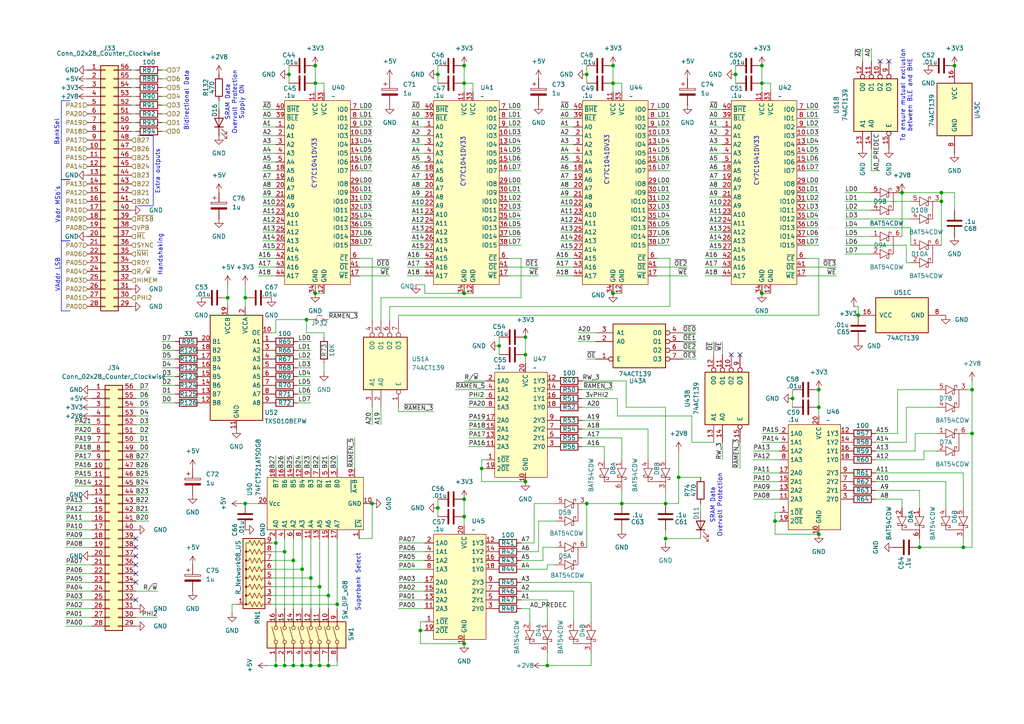
<source format=kicad_sch>
(kicad_sch (version 20250114) (generator "eeschema") (generator_version "9.0")
  (paper "A4")
  (title_block (title "65c02 Homebrew") (rev "Prelim") (company "Joseph R. Freeston") (comment 2 "https://github.com/snorklerjoe/useful6502") (comment 4 "A 65c02-based computer with peripheral i/o offloaded to a PIC16 microcontroller."))
  (text "VAddr LSB" (at 16.764 79.756 90) (effects (font (size 1.27 1.27))))
  (text "CY7C1041DV33" (at 134.366 46.99 90) (effects (font (size 1.27 1.27))))
  (text "Handshaking" (at 46.482 73.914 90) (effects (font (size 1.27 1.27))))
  (text "Bidirectional Data" (at 54.102 29.21 90) (effects (font (size 1.27 1.27))))
  (text "CY7C1041DV33" (at 219.456 46.736 90) (effects (font (size 1.27 1.27))))
  (text "Vadr MSb's" (at 16.764 59.436 90) (effects (font (size 1.27 1.27))))
  (text "SRAM Data\nOvervolt Protection" (at 207.772 146.558 90) (effects (font (size 1.27 1.27))))
  (text "CY7C1041DV33" (at 91.186 47.498 90) (effects (font (size 1.27 1.27))))
  (text "Superbank Select" (at 103.886 168.91 90) (effects (font (size 1.27 1.27))))
  (text "Extra outputs" (at 45.72 49.784 90) (effects (font (size 1.27 1.27))))
  (text "To ensure mutual exclusion\nbetween BLE and BHE" (at 262.89 27.686 90) (effects (font (size 1.27 1.27))))
  (text "SRAM Data\nOvervolt Protection\nSupply ON" (at 68.072 29.718 90) (effects (font (size 1.27 1.27))))
  (text "BankSel" (at 16.51 38.354 90) (effects (font (size 1.27 1.27))))
  (text "CY7C1041DV33" (at 176.022 46.482 90) (effects (font (size 1.27 1.27))))
  (junction (at 229.87 115.57))
  (junction (at 66.04 86.36))
  (junction (at 273.05 58.42))
  (junction (at 134.62 19.05))
  (junction (at 80.01 157.48))
  (junction (at 82.55 160.02))
  (junction (at 237.49 113.03))
  (junction (at 134.62 186.69))
  (junction (at 279.4 158.75))
  (junction (at 107.95 146.05))
  (junction (at 88.9 92.71))
  (junction (at 177.8 85.09))
  (junction (at 87.63 165.1))
  (junction (at 97.79 175.26))
  (junction (at 82.55 193.04))
  (junction (at 177.8 24.13))
  (junction (at 170.18 21.59))
  (junction (at 152.4 97.79))
  (junction (at 90.17 167.64))
  (junction (at 152.4 102.87))
  (junction (at 224.79 151.13))
  (junction (at 276.86 19.05))
  (junction (at 134.62 85.09))
  (junction (at 134.62 24.13))
  (junction (at 121.92 182.88))
  (junction (at 92.71 170.18))
  (junction (at 177.8 19.05))
  (junction (at 134.62 149.86))
  (junction (at 273.05 55.88))
  (junction (at 139.7 135.89))
  (junction (at 71.12 146.05))
  (junction (at 71.12 86.36))
  (junction (at 144.78 100.33))
  (junction (at 220.98 24.13))
  (junction (at 180.34 146.05))
  (junction (at 193.04 156.21))
  (junction (at 95.25 193.04))
  (junction (at 134.62 144.78))
  (junction (at 90.17 193.04))
  (junction (at 281.94 113.03))
  (junction (at 92.71 193.04))
  (junction (at 152.4 139.7))
  (junction (at 87.63 193.04))
  (junction (at 261.62 55.88))
  (junction (at 158.75 193.04))
  (junction (at 213.36 21.59))
  (junction (at 237.49 118.11))
  (junction (at 83.82 21.59))
  (junction (at 220.98 19.05))
  (junction (at 91.44 85.09))
  (junction (at 95.25 172.72))
  (junction (at 196.85 138.43))
  (junction (at 85.09 193.04))
  (junction (at 237.49 154.94))
  (junction (at 91.44 19.05))
  (junction (at 193.04 146.05))
  (junction (at 170.18 146.05))
  (junction (at 91.44 24.13))
  (junction (at 248.92 91.44))
  (junction (at 85.09 162.56))
  (junction (at 281.94 125.73))
  (junction (at 127 147.32))
  (junction (at 127 21.59))
  (junction (at 266.7 158.75))
  (junction (at 80.01 193.04))
  (junction (at 220.98 85.09))
  (no_connect (at 39.37 156.21))
  (no_connect (at 39.37 173.99))
  (no_connect (at 39.37 168.91))
  (no_connect (at 212.09 102.87))
  (no_connect (at 39.37 163.83))
  (no_connect (at 39.37 166.37))
  (no_connect (at 255.27 17.78))
  (no_connect (at 257.81 17.78))
  (no_connect (at 39.37 161.29))
  (no_connect (at 39.37 158.75))
  (no_connect (at 214.63 102.87))
  (wire (pts (xy 218.44 130.81) (xy 226.06 130.81)))
  (wire (pts (xy 104.14 53.34) (xy 107.95 53.34)))
  (wire (pts (xy 151.13 74.93) (xy 147.32 74.93)))
  (wire (pts (xy 168.91 118.11) (xy 173.99 118.11)))
  (wire (pts (xy 76.2 69.85) (xy 80.01 69.85)))
  (wire (pts (xy 50.8 109.22) (xy 46.99 109.22)))
  (wire (pts (xy 233.68 68.58) (xy 237.49 68.58)))
  (polyline (pts (xy 17.78 29.21) (xy 17.78 31.75)))
  (wire (pts (xy 262.89 76.2) (xy 264.16 76.2)))
  (wire (pts (xy 104.14 77.47) (xy 113.03 77.47)))
  (wire (pts (xy 76.2 31.75) (xy 80.01 31.75)))
  (wire (pts (xy 193.04 156.21) (xy 203.2 156.21)))
  (wire (pts (xy 172.72 104.14) (xy 170.18 104.14)))
  (wire (pts (xy 104.14 44.45) (xy 107.95 44.45)))
  (wire (pts (xy 76.2 34.29) (xy 80.01 34.29)))
  (wire (pts (xy 180.34 26.67) (xy 180.34 24.13)))
  (wire (pts (xy 76.2 59.69) (xy 80.01 59.69)))
  (wire (pts (xy 265.43 125.73) (xy 265.43 130.81)))
  (wire (pts (xy 168.91 113.03) (xy 177.8 113.03)))
  (wire (pts (xy 190.5 36.83) (xy 194.31 36.83)))
  (wire (pts (xy 86.36 106.68) (xy 90.17 106.68)))
  (wire (pts (xy 196.85 130.81) (xy 196.85 138.43)))
  (wire (pts (xy 237.49 118.11) (xy 237.49 120.65)))
  (wire (pts (xy 156.21 160.02) (xy 156.21 151.13)))
  (wire (pts (xy 21.59 125.73) (xy 26.67 125.73)))
  (wire (pts (xy 205.74 31.75) (xy 209.55 31.75)))
  (wire (pts (xy 262.89 71.12) (xy 262.89 76.2)))
  (wire (pts (xy 233.68 39.37) (xy 237.49 39.37)))
  (wire (pts (xy 115.57 171.45) (xy 123.19 171.45)))
  (wire (pts (xy 196.85 146.05) (xy 193.04 146.05)))
  (wire (pts (xy 39.37 113.03) (xy 43.18 113.03)))
  (wire (pts (xy 76.2 67.31) (xy 80.01 67.31)))
  (wire (pts (xy 77.47 193.04) (xy 80.01 193.04)))
  (wire (pts (xy 255.27 49.53) (xy 252.73 49.53)))
  (wire (pts (xy 180.34 24.13) (xy 177.8 24.13)))
  (wire (pts (xy 93.98 96.52) (xy 88.9 96.52)))
  (wire (pts (xy 276.86 55.88) (xy 273.05 55.88)))
  (wire (pts (xy 153.67 176.53) (xy 153.67 180.34)))
  (wire (pts (xy 87.63 165.1) (xy 87.63 156.21)))
  (wire (pts (xy 140.97 133.35) (xy 139.7 133.35)))
  (wire (pts (xy 48.26 20.32) (xy 46.99 20.32)))
  (wire (pts (xy 76.2 39.37) (xy 80.01 39.37)))
  (wire (pts (xy 86.36 111.76) (xy 90.17 111.76)))
  (wire (pts (xy 233.68 49.53) (xy 237.49 49.53)))
  (wire (pts (xy 119.38 54.61) (xy 123.19 54.61)))
  (wire (pts (xy 85.09 176.53) (xy 85.09 162.56)))
  (wire (pts (xy 39.37 25.4) (xy 38.1 25.4)))
  (wire (pts (xy 179.07 120.65) (xy 200.66 120.65)))
  (wire (pts (xy 50.8 116.84) (xy 46.99 116.84)))
  (wire (pts (xy 201.93 101.6) (xy 198.12 101.6)))
  (wire (pts (xy 205.74 69.85) (xy 209.55 69.85)))
  (wire (pts (xy 190.5 71.12) (xy 194.31 71.12)))
  (wire (pts (xy 86.36 109.22) (xy 90.17 109.22)))
  (wire (pts (xy 39.37 125.73) (xy 43.18 125.73)))
  (wire (pts (xy 50.8 99.06) (xy 46.99 99.06)))
  (wire (pts (xy 274.32 139.7) (xy 274.32 147.32)))
  (wire (pts (xy 39.37 130.81) (xy 43.18 130.81)))
  (wire (pts (xy 93.98 97.79) (xy 93.98 96.52)))
  (wire (pts (xy 254 144.78) (xy 261.62 144.78)))
  (wire (pts (xy 147.32 53.34) (xy 151.13 53.34)))
  (polyline (pts (xy 17.78 52.07) (xy 17.78 67.31)))
  (wire (pts (xy 19.05 151.13) (xy 26.67 151.13)))
  (wire (pts (xy 279.4 158.75) (xy 279.4 156.21)))
  (wire (pts (xy 137.16 24.13) (xy 134.62 24.13)))
  (wire (pts (xy 85.09 135.89) (xy 85.09 132.08)))
  (wire (pts (xy 193.04 133.35) (xy 193.04 118.11)))
  (wire (pts (xy 276.86 60.96) (xy 276.86 55.88)))
  (wire (pts (xy 78.74 170.18) (xy 92.71 170.18)))
  (wire (pts (xy 261.62 55.88) (xy 261.62 68.58)))
  (wire (pts (xy 123.19 82.55) (xy 123.19 85.09)))
  (wire (pts (xy 158.75 165.1) (xy 151.13 165.1)))
  (wire (pts (xy 76.2 41.91) (xy 80.01 41.91)))
  (wire (pts (xy 147.32 63.5) (xy 151.13 63.5)))
  (wire (pts (xy 280.67 125.73) (xy 281.94 125.73)))
  (wire (pts (xy 121.92 182.88) (xy 123.19 182.88)))
  (wire (pts (xy 82.55 191.77) (xy 82.55 193.04)))
  (wire (pts (xy 190.5 31.75) (xy 194.31 31.75)))
  (wire (pts (xy 39.37 151.13) (xy 43.18 151.13)))
  (wire (pts (xy 245.11 73.66) (xy 252.73 73.66)))
  (wire (pts (xy 162.56 49.53) (xy 166.37 49.53)))
  (wire (pts (xy 139.7 135.89) (xy 140.97 135.89)))
  (wire (pts (xy 218.44 144.78) (xy 226.06 144.78)))
  (wire (pts (xy 151.13 74.93) (xy 151.13 86.36)))
  (wire (pts (xy 119.38 64.77) (xy 123.19 64.77)))
  (polyline (pts (xy 17.78 52.07) (xy 20.32 52.07)))
  (wire (pts (xy 205.74 49.53) (xy 209.55 49.53)))
  (wire (pts (xy 233.68 36.83) (xy 237.49 36.83)))
  (wire (pts (xy 82.55 176.53) (xy 82.55 160.02)))
  (wire (pts (xy 134.62 24.13) (xy 134.62 26.67)))
  (wire (pts (xy 123.19 180.34) (xy 121.92 180.34)))
  (wire (pts (xy 21.59 128.27) (xy 26.67 128.27)))
  (wire (pts (xy 190.5 68.58) (xy 194.31 68.58)))
  (wire (pts (xy 104.14 55.88) (xy 107.95 55.88)))
  (wire (pts (xy 162.56 46.99) (xy 166.37 46.99)))
  (wire (pts (xy 50.8 114.3) (xy 46.99 114.3)))
  (wire (pts (xy 92.71 135.89) (xy 92.71 132.08)))
  (wire (pts (xy 39.37 143.51) (xy 43.18 143.51)))
  (wire (pts (xy 85.09 193.04) (xy 87.63 193.04)))
  (wire (pts (xy 104.14 46.99) (xy 107.95 46.99)))
  (wire (pts (xy 107.95 92.71) (xy 107.95 74.93)))
  (wire (pts (xy 248.92 88.9) (xy 248.92 91.44)))
  (wire (pts (xy 162.56 52.07) (xy 166.37 52.07)))
  (wire (pts (xy 90.17 167.64) (xy 90.17 156.21)))
  (wire (pts (xy 273.05 55.88) (xy 261.62 55.88)))
  (wire (pts (xy 204.47 74.93) (xy 209.55 74.93)))
  (polyline (pts (xy 17.78 31.75) (xy 17.78 52.07)))
  (wire (pts (xy 104.14 34.29) (xy 107.95 34.29)))
  (wire (pts (xy 281.94 110.49) (xy 281.94 113.03)))
  (wire (pts (xy 254 142.24) (xy 266.7 142.24)))
  (wire (pts (xy 78.74 172.72) (xy 95.25 172.72)))
  (wire (pts (xy 205.74 41.91) (xy 209.55 41.91)))
  (wire (pts (xy 107.95 156.21) (xy 107.95 146.05)))
  (wire (pts (xy 63.5 29.21) (xy 63.5 31.75)))
  (wire (pts (xy 190.5 80.01) (xy 199.39 80.01)))
  (wire (pts (xy 190.5 60.96) (xy 194.31 60.96)))
  (wire (pts (xy 147.32 80.01) (xy 156.21 80.01)))
  (wire (pts (xy 110.49 92.71) (xy 110.49 86.36)))
  (wire (pts (xy 134.62 19.05) (xy 134.62 24.13)))
  (wire (pts (xy 233.68 58.42) (xy 237.49 58.42)))
  (wire (pts (xy 161.29 74.93) (xy 166.37 74.93)))
  (wire (pts (xy 123.19 85.09) (xy 134.62 85.09)))
  (wire (pts (xy 82.55 135.89) (xy 82.55 132.08)))
  (wire (pts (xy 39.37 118.11) (xy 43.18 118.11)))
  (polyline (pts (xy 17.78 67.31) (xy 17.78 69.85)))
  (wire (pts (xy 213.36 21.59) (xy 213.36 24.13)))
  (wire (pts (xy 113.03 88.9) (xy 194.31 88.9)))
  (wire (pts (xy 151.13 171.45) (xy 166.37 171.45)))
  (polyline (pts (xy 17.78 90.17) (xy 20.32 90.17)))
  (wire (pts (xy 86.36 114.3) (xy 90.17 114.3)))
  (wire (pts (xy 168.91 129.54) (xy 175.26 129.54)))
  (wire (pts (xy 180.34 142.24) (xy 180.34 146.05)))
  (wire (pts (xy 175.26 133.35) (xy 175.26 129.54)))
  (wire (pts (xy 151.13 173.99) (xy 158.75 173.99)))
  (wire (pts (xy 48.26 33.02) (xy 46.99 33.02)))
  (wire (pts (xy 271.78 130.81) (xy 267.97 130.81)))
  (wire (pts (xy 170.18 21.59) (xy 170.18 24.13)))
  (wire (pts (xy 104.14 39.37) (xy 107.95 39.37)))
  (wire (pts (xy 125.73 119.38) (xy 115.57 119.38)))
  (wire (pts (xy 95.25 191.77) (xy 95.25 193.04)))
  (wire (pts (xy 245.11 66.04) (xy 264.16 66.04)))
  (wire (pts (xy 205.74 34.29) (xy 209.55 34.29)))
  (polyline (pts (xy 20.32 29.21) (xy 17.78 29.21)))
  (wire (pts (xy 224.79 148.59) (xy 224.79 151.13)))
  (wire (pts (xy 74.93 80.01) (xy 80.01 80.01)))
  (wire (pts (xy 205.74 52.07) (xy 209.55 52.07)))
  (wire (pts (xy 97.79 135.89) (xy 97.79 132.08)))
  (wire (pts (xy 162.56 67.31) (xy 166.37 67.31)))
  (wire (pts (xy 78.74 175.26) (xy 97.79 175.26)))
  (wire (pts (xy 92.71 176.53) (xy 92.71 170.18)))
  (wire (pts (xy 162.56 64.77) (xy 166.37 64.77)))
  (wire (pts (xy 205.74 59.69) (xy 209.55 59.69)))
  (wire (pts (xy 144.78 100.33) (xy 144.78 102.87)))
  (wire (pts (xy 92.71 193.04) (xy 95.25 193.04)))
  (wire (pts (xy 21.59 135.89) (xy 26.67 135.89)))
  (wire (pts (xy 162.56 72.39) (xy 166.37 72.39)))
  (wire (pts (xy 254 133.35) (xy 267.97 133.35)))
  (wire (pts (xy 220.98 85.09) (xy 223.52 85.09)))
  (wire (pts (xy 190.5 46.99) (xy 194.31 46.99)))
  (wire (pts (xy 113.03 92.71) (xy 113.03 88.9)))
  (wire (pts (xy 134.62 149.86) (xy 134.62 152.4)))
  (wire (pts (xy 39.37 146.05) (xy 43.18 146.05)))
  (wire (pts (xy 107.95 74.93) (xy 104.14 74.93)))
  (wire (pts (xy 223.52 24.13) (xy 220.98 24.13)))
  (wire (pts (xy 39.37 27.94) (xy 38.1 27.94)))
  (wire (pts (xy 119.38 72.39) (xy 123.19 72.39)))
  (wire (pts (xy 92.71 170.18) (xy 92.71 156.21)))
  (wire (pts (xy 135.89 124.46) (xy 140.97 124.46)))
  (wire (pts (xy 48.26 35.56) (xy 46.99 35.56)))
  (wire (pts (xy 76.2 62.23) (xy 80.01 62.23)))
  (wire (pts (xy 151.13 168.91) (xy 171.45 168.91)))
  (wire (pts (xy 86.36 104.14) (xy 90.17 104.14)))
  (wire (pts (xy 107.95 118.11) (xy 107.95 123.19)))
  (wire (pts (xy 93.98 26.67) (xy 93.98 24.13)))
  (wire (pts (xy 147.32 60.96) (xy 151.13 60.96)))
  (wire (pts (xy 205.74 39.37) (xy 209.55 39.37)))
  (wire (pts (xy 254 139.7) (xy 274.32 139.7)))
  (wire (pts (xy 91.44 19.05) (xy 91.44 24.13)))
  (wire (pts (xy 205.74 67.31) (xy 209.55 67.31)))
  (wire (pts (xy 245.11 63.5) (xy 264.16 63.5)))
  (wire (pts (xy 190.5 63.5) (xy 194.31 63.5)))
  (wire (pts (xy 48.26 38.1) (xy 46.99 38.1)))
  (wire (pts (xy 118.11 77.47) (xy 123.19 77.47)))
  (wire (pts (xy 190.5 77.47) (xy 199.39 77.47)))
  (wire (pts (xy 190.5 41.91) (xy 194.31 41.91)))
  (wire (pts (xy 97.79 175.26) (xy 97.79 156.21)))
  (wire (pts (xy 190.5 55.88) (xy 194.31 55.88)))
  (wire (pts (xy 171.45 168.91) (xy 171.45 180.34)))
  (wire (pts (xy 171.45 189.23) (xy 171.45 193.04)))
  (wire (pts (xy 67.31 175.26) (xy 68.58 175.26)))
  (wire (pts (xy 39.37 128.27) (xy 43.18 128.27)))
  (wire (pts (xy 205.74 57.15) (xy 209.55 57.15)))
  (wire (pts (xy 205.74 46.99) (xy 209.55 46.99)))
  (wire (pts (xy 271.78 125.73) (xy 265.43 125.73)))
  (wire (pts (xy 134.62 85.09) (xy 137.16 85.09)))
  (wire (pts (xy 119.38 34.29) (xy 123.19 34.29)))
  (wire (pts (xy 218.44 142.24) (xy 226.06 142.24)))
  (wire (pts (xy 71.12 86.36) (xy 71.12 88.9)))
  (wire (pts (xy 76.2 64.77) (xy 80.01 64.77)))
  (wire (pts (xy 233.68 63.5) (xy 237.49 63.5)))
  (wire (pts (xy 19.05 163.83) (xy 26.67 163.83)))
  (wire (pts (xy 172.72 96.52) (xy 167.64 96.52)))
  (wire (pts (xy 144.78 97.79) (xy 144.78 100.33)))
  (wire (pts (xy 193.04 157.48) (xy 193.04 156.21)))
  (wire (pts (xy 254 137.16) (xy 279.4 137.16)))
  (wire (pts (xy 194.31 74.93) (xy 190.5 74.93)))
  (wire (pts (xy 267.97 130.81) (xy 267.97 133.35)))
  (wire (pts (xy 135.89 118.11) (xy 140.97 118.11)))
  (wire (pts (xy 237.49 74.93) (xy 233.68 74.93)))
  (wire (pts (xy 90.17 193.04) (xy 92.71 193.04)))
  (wire (pts (xy 91.44 24.13) (xy 91.44 26.67)))
  (wire (pts (xy 39.37 135.89) (xy 43.18 135.89)))
  (wire (pts (xy 76.2 54.61) (xy 80.01 54.61)))
  (wire (pts (xy 119.38 49.53) (xy 123.19 49.53)))
  (wire (pts (xy 19.05 181.61) (xy 26.67 181.61)))
  (wire (pts (xy 152.4 102.87) (xy 152.4 105.41)))
  (wire (pts (xy 261.62 147.32) (xy 261.62 144.78)))
  (wire (pts (xy 193.04 118.11) (xy 181.61 118.11)))
  (wire (pts (xy 193.04 146.05) (xy 180.34 146.05)))
  (wire (pts (xy 118.11 80.01) (xy 123.19 80.01)))
  (wire (pts (xy 88.9 92.71) (xy 90.17 92.71)))
  (wire (pts (xy 177.8 85.09) (xy 180.34 85.09)))
  (wire (pts (xy 104.14 31.75) (xy 107.95 31.75)))
  (wire (pts (xy 121.92 182.88) (xy 121.92 186.69)))
  (wire (pts (xy 71.12 146.05) (xy 74.93 146.05)))
  (wire (pts (xy 147.32 55.88) (xy 151.13 55.88)))
  (wire (pts (xy 87.63 193.04) (xy 90.17 193.04)))
  (wire (pts (xy 19.05 168.91) (xy 26.67 168.91)))
  (wire (pts (xy 196.85 138.43) (xy 196.85 146.05)))
  (wire (pts (xy 162.56 69.85) (xy 166.37 69.85)))
  (wire (pts (xy 76.2 44.45) (xy 80.01 44.45)))
  (wire (pts (xy 161.29 77.47) (xy 166.37 77.47)))
  (wire (pts (xy 85.09 193.04) (xy 82.55 193.04)))
  (wire (pts (xy 214.63 128.27) (xy 214.63 135.89)))
  (wire (pts (xy 162.56 36.83) (xy 166.37 36.83)))
  (polyline (pts (xy 17.78 69.85) (xy 17.78 90.17)))
  (wire (pts (xy 229.87 115.57) (xy 229.87 118.11)))
  (wire (pts (xy 119.38 44.45) (xy 123.19 44.45)))
  (wire (pts (xy 80.01 135.89) (xy 80.01 132.08)))
  (wire (pts (xy 252.73 49.53) (xy 252.73 43.18)))
  (wire (pts (xy 250.19 17.78) (xy 250.19 13.97)))
  (wire (pts (xy 233.68 80.01) (xy 242.57 80.01)))
  (wire (pts (xy 233.68 44.45) (xy 237.49 44.45)))
  (wire (pts (xy 93.98 105.41) (xy 93.98 107.95)))
  (wire (pts (xy 50.8 106.68) (xy 46.99 106.68)))
  (wire (pts (xy 187.96 133.35) (xy 187.96 124.46)))
  (wire (pts (xy 80.01 176.53) (xy 80.01 157.48)))
  (wire (pts (xy 190.5 53.34) (xy 194.31 53.34)))
  (wire (pts (xy 85.09 162.56) (xy 85.09 156.21)))
  (wire (pts (xy 97.79 176.53) (xy 97.79 175.26)))
  (wire (pts (xy 121.92 186.69) (xy 134.62 186.69)))
  (wire (pts (xy 147.32 34.29) (xy 151.13 34.29)))
  (wire (pts (xy 48.26 30.48) (xy 46.99 30.48)))
  (wire (pts (xy 254 130.81) (xy 265.43 130.81)))
  (wire (pts (xy 69.85 146.05) (xy 71.12 146.05)))
  (wire (pts (xy 115.57 176.53) (xy 123.19 176.53)))
  (wire (pts (xy 78.74 165.1) (xy 87.63 165.1)))
  (wire (pts (xy 83.82 21.59) (xy 83.82 24.13)))
  (wire (pts (xy 39.37 140.97) (xy 43.18 140.97)))
  (wire (pts (xy 76.2 57.15) (xy 80.01 57.15)))
  (polyline (pts (xy 41.91 39.37) (xy 44.45 39.37)))
  (wire (pts (xy 19.05 148.59) (xy 26.67 148.59)))
  (wire (pts (xy 220.98 24.13) (xy 220.98 26.67)))
  (wire (pts (xy 190.5 34.29) (xy 194.31 34.29)))
  (wire (pts (xy 158.75 193.04) (xy 158.75 189.23)))
  (wire (pts (xy 233.68 66.04) (xy 237.49 66.04)))
  (wire (pts (xy 135.89 127) (xy 140.97 127)))
  (wire (pts (xy 260.35 113.03) (xy 260.35 125.73)))
  (wire (pts (xy 127 147.32) (xy 127 149.86)))
  (wire (pts (xy 205.74 72.39) (xy 209.55 72.39)))
  (wire (pts (xy 71.12 82.55) (xy 71.12 86.36)))
  (wire (pts (xy 39.37 171.45) (xy 45.72 171.45)))
  (wire (pts (xy 147.32 66.04) (xy 151.13 66.04)))
  (wire (pts (xy 104.14 68.58) (xy 107.95 68.58)))
  (wire (pts (xy 205.74 36.83) (xy 209.55 36.83)))
  (wire (pts (xy 50.8 104.14) (xy 46.99 104.14)))
  (wire (pts (xy 190.5 66.04) (xy 194.31 66.04)))
  (wire (pts (xy 80.01 96.52) (xy 78.74 96.52)))
  (wire (pts (xy 147.32 71.12) (xy 151.13 71.12)))
  (wire (pts (xy 147.32 41.91) (xy 151.13 41.91)))
  (polyline (pts (xy 44.45 39.37) (xy 44.45 59.69)))
  (wire (pts (xy 19.05 176.53) (xy 26.67 176.53)))
  (wire (pts (xy 119.38 41.91) (xy 123.19 41.91)))
  (wire (pts (xy 85.09 191.77) (xy 85.09 193.04)))
  (wire (pts (xy 104.14 71.12) (xy 107.95 71.12)))
  (wire (pts (xy 220.98 19.05) (xy 220.98 24.13)))
  (wire (pts (xy 179.07 120.65) (xy 179.07 115.57)))
  (wire (pts (xy 95.25 172.72) (xy 95.25 156.21)))
  (wire (pts (xy 115.57 91.44) (xy 237.49 91.44)))
  (wire (pts (xy 233.68 71.12) (xy 237.49 71.12)))
  (wire (pts (xy 147.32 58.42) (xy 151.13 58.42)))
  (wire (pts (xy 223.52 26.67) (xy 223.52 24.13)))
  (wire (pts (xy 115.57 119.38) (xy 115.57 118.11)))
  (wire (pts (xy 177.8 24.13) (xy 177.8 26.67)))
  (wire (pts (xy 266.7 158.75) (xy 279.4 158.75)))
  (wire (pts (xy 147.32 46.99) (xy 151.13 46.99)))
  (wire (pts (xy 190.5 39.37) (xy 194.31 39.37)))
  (wire (pts (xy 86.36 101.6) (xy 90.17 101.6)))
  (wire (pts (xy 39.37 179.07) (xy 45.72 179.07)))
  (wire (pts (xy 39.37 20.32) (xy 38.1 20.32)))
  (wire (pts (xy 205.74 54.61) (xy 209.55 54.61)))
  (wire (pts (xy 104.14 49.53) (xy 107.95 49.53)))
  (wire (pts (xy 162.56 62.23) (xy 166.37 62.23)))
  (wire (pts (xy 115.57 165.1) (xy 123.19 165.1)))
  (wire (pts (xy 181.61 118.11) (xy 181.61 110.49)))
  (wire (pts (xy 21.59 138.43) (xy 26.67 138.43)))
  (wire (pts (xy 204.47 80.01) (xy 209.55 80.01)))
  (wire (pts (xy 80.01 92.71) (xy 88.9 92.71)))
  (polyline (pts (xy 20.32 69.85) (xy 17.78 69.85)))
  (wire (pts (xy 201.93 104.14) (xy 198.12 104.14)))
  (wire (pts (xy 224.79 154.94) (xy 237.49 154.94)))
  (wire (pts (xy 229.87 113.03) (xy 229.87 115.57)))
  (wire (pts (xy 254 128.27) (xy 262.89 128.27)))
  (wire (pts (xy 19.05 171.45) (xy 26.67 171.45)))
  (wire (pts (xy 162.56 44.45) (xy 166.37 44.45)))
  (wire (pts (xy 266.7 147.32) (xy 266.7 142.24)))
  (wire (pts (xy 218.44 137.16) (xy 226.06 137.16)))
  (wire (pts (xy 127 21.59) (xy 127 24.13)))
  (wire (pts (xy 233.68 55.88) (xy 237.49 55.88)))
  (wire (pts (xy 139.7 139.7) (xy 152.4 139.7)))
  (polyline (pts (xy 40.005 39.37) (xy 44.45 39.37)))
  (wire (pts (xy 104.14 156.21) (xy 107.95 156.21)))
  (wire (pts (xy 213.36 19.05) (xy 213.36 21.59)))
  (wire (pts (xy 119.38 39.37) (xy 123.19 39.37)))
  (wire (pts (xy 104.14 60.96) (xy 107.95 60.96)))
  (wire (pts (xy 177.8 19.05) (xy 177.8 24.13)))
  (wire (pts (xy 87.63 176.53) (xy 87.63 165.1)))
  (wire (pts (xy 119.38 46.99) (xy 123.19 46.99)))
  (wire (pts (xy 209.55 99.06) (xy 209.55 102.87)))
  (wire (pts (xy 110.49 118.11) (xy 110.49 123.19)))
  (wire (pts (xy 90.17 135.89) (xy 90.17 132.08)))
  (wire (pts (xy 152.4 97.79) (xy 152.4 102.87)))
  (wire (pts (xy 168.91 115.57) (xy 179.07 115.57)))
  (wire (pts (xy 245.11 60.96) (xy 252.73 60.96)))
  (wire (pts (xy 39.37 35.56) (xy 38.1 35.56)))
  (wire (pts (xy 86.36 116.84) (xy 90.17 116.84)))
  (wire (pts (xy 39.37 33.02) (xy 38.1 33.02)))
  (wire (pts (xy 279.4 158.75) (xy 281.94 158.75)))
  (wire (pts (xy 119.38 69.85) (xy 123.19 69.85)))
  (wire (pts (xy 80.01 157.48) (xy 80.01 156.21)))
  (wire (pts (xy 21.59 133.35) (xy 26.67 133.35)))
  (wire (pts (xy 162.56 31.75) (xy 166.37 31.75)))
  (wire (pts (xy 39.37 38.1) (xy 38.1 38.1)))
  (wire (pts (xy 78.74 162.56) (xy 85.09 162.56)))
  (wire (pts (xy 95.25 193.04) (xy 97.79 193.04)))
  (wire (pts (xy 74.93 77.47) (xy 80.01 77.47)))
  (wire (pts (xy 281.94 113.03) (xy 280.67 113.03)))
  (polyline (pts (xy 17.78 69.85) (xy 20.32 69.85)))
  (wire (pts (xy 162.56 57.15) (xy 166.37 57.15)))
  (wire (pts (xy 104.14 36.83) (xy 107.95 36.83)))
  (polyline (pts (xy 41.91 59.69) (xy 44.45 59.69)))
  (wire (pts (xy 39.37 22.86) (xy 38.1 22.86)))
  (wire (pts (xy 137.16 26.67) (xy 137.16 24.13)))
  (wire (pts (xy 39.37 138.43) (xy 43.18 138.43)))
  (wire (pts (xy 233.68 60.96) (xy 237.49 60.96)))
  (wire (pts (xy 207.01 128.27) (xy 200.66 128.27)))
  (wire (pts (xy 281.94 158.75) (xy 281.94 125.73)))
  (wire (pts (xy 102.87 135.89) (xy 102.87 127)))
  (wire (pts (xy 115.57 157.48) (xy 123.19 157.48)))
  (wire (pts (xy 76.2 46.99) (xy 80.01 46.99)))
  (wire (pts (xy 218.44 133.35) (xy 226.06 133.35)))
  (wire (pts (xy 203.2 138.43) (xy 196.85 138.43)))
  (wire (pts (xy 119.38 57.15) (xy 123.19 57.15)))
  (wire (pts (xy 119.38 67.31) (xy 123.19 67.31)))
  (wire (pts (xy 271.78 118.11) (xy 262.89 118.11)))
  (wire (pts (xy 82.55 160.02) (xy 82.55 156.21)))
  (wire (pts (xy 237.49 113.03) (xy 237.49 118.11)))
  (wire (pts (xy 279.4 147.32) (xy 279.4 137.16)))
  (wire (pts (xy 190.5 49.53) (xy 194.31 49.53)))
  (wire (pts (xy 151.13 176.53) (xy 153.67 176.53)))
  (wire (pts (xy 21.59 130.81) (xy 26.67 130.81)))
  (wire (pts (xy 119.38 59.69) (xy 123.19 59.69)))
  (wire (pts (xy 135.89 121.92) (xy 140.97 121.92)))
  (wire (pts (xy 19.05 173.99) (xy 26.67 173.99)))
  (wire (pts (xy 39.37 133.35) (xy 43.18 133.35)))
  (wire (pts (xy 21.59 123.19) (xy 26.67 123.19)))
  (wire (pts (xy 92.71 191.77) (xy 92.71 193.04)))
  (wire (pts (xy 162.56 39.37) (xy 166.37 39.37)))
  (wire (pts (xy 82.55 193.04) (xy 80.01 193.04)))
  (wire (pts (xy 76.2 36.83) (xy 80.01 36.83)))
  (wire (pts (xy 162.56 59.69) (xy 166.37 59.69)))
  (wire (pts (xy 220.98 128.27) (xy 226.06 128.27)))
  (wire (pts (xy 135.89 129.54) (xy 140.97 129.54)))
  (wire (pts (xy 76.2 49.53) (xy 80.01 49.53)))
  (wire (pts (xy 97.79 191.77) (xy 97.79 193.04)))
  (wire (pts (xy 170.18 19.05) (xy 170.18 21.59)))
  (wire (pts (xy 190.5 44.45) (xy 194.31 44.45)))
  (wire (pts (xy 104.14 58.42) (xy 107.95 58.42)))
  (wire (pts (xy 50.8 111.76) (xy 46.99 111.76)))
  (polyline (pts (xy 40.005 59.69) (xy 41.91 59.69)))
  (wire (pts (xy 200.66 128.27) (xy 200.66 120.65)))
  (polyline (pts (xy 20.32 52.07) (xy 17.78 52.07)))
  (wire (pts (xy 204.47 77.47) (xy 209.55 77.47)))
  (wire (pts (xy 115.57 162.56) (xy 123.19 162.56)))
  (wire (pts (xy 66.04 82.55) (xy 66.04 86.36)))
  (wire (pts (xy 218.44 139.7) (xy 226.06 139.7)))
  (wire (pts (xy 151.13 160.02) (xy 156.21 160.02)))
  (wire (pts (xy 48.26 27.94) (xy 46.99 27.94)))
  (wire (pts (xy 134.62 144.78) (xy 134.62 149.86)))
  (wire (pts (xy 162.56 54.61) (xy 166.37 54.61)))
  (wire (pts (xy 19.05 153.67) (xy 26.67 153.67)))
  (wire (pts (xy 203.2 146.05) (xy 203.2 148.59)))
  (wire (pts (xy 115.57 92.71) (xy 115.57 91.44)))
  (wire (pts (xy 151.13 162.56) (xy 157.48 162.56)))
  (wire (pts (xy 154.94 157.48) (xy 154.94 146.05)))
  (wire (pts (xy 262.89 118.11) (xy 262.89 128.27)))
  (wire (pts (xy 115.57 168.91) (xy 123.19 168.91)))
  (wire (pts (xy 220.98 125.73) (xy 226.06 125.73)))
  (wire (pts (xy 166.37 171.45) (xy 166.37 180.34)))
  (wire (pts (xy 233.68 41.91) (xy 237.49 41.91)))
  (wire (pts (xy 48.26 25.4) (xy 46.99 25.4)))
  (wire (pts (xy 48.26 22.86) (xy 46.99 22.86)))
  (wire (pts (xy 237.49 91.44) (xy 237.49 74.93)))
  (wire (pts (xy 247.65 88.9) (xy 248.92 88.9)))
  (wire (pts (xy 119.38 31.75) (xy 123.19 31.75)))
  (wire (pts (xy 245.11 71.12) (xy 262.89 71.12)))
  (wire (pts (xy 19.05 166.37) (xy 26.67 166.37)))
  (wire (pts (xy 90.17 176.53) (xy 90.17 167.64)))
  (wire (pts (xy 157.48 193.04) (xy 158.75 193.04)))
  (wire (pts (xy 252.73 17.78) (xy 252.73 13.97)))
  (wire (pts (xy 123.19 82.55) (xy 120.65 82.55)))
  (wire (pts (xy 118.11 74.93) (xy 123.19 74.93)))
  (wire (pts (xy 168.91 127) (xy 180.34 127)))
  (wire (pts (xy 245.11 68.58) (xy 252.73 68.58)))
  (wire (pts (xy 127 144.78) (xy 127 147.32)))
  (wire (pts (xy 66.04 86.36) (xy 66.04 88.9)))
  (wire (pts (xy 193.04 156.21) (xy 193.04 153.67)))
  (wire (pts (xy 134.62 110.49) (xy 140.97 110.49)))
  (wire (pts (xy 154.94 146.05) (xy 161.29 146.05)))
  (wire (pts (xy 201.93 96.52) (xy 198.12 96.52)))
  (wire (pts (xy 104.14 63.5) (xy 107.95 63.5)))
  (wire (pts (xy 170.18 146.05) (xy 170.18 158.75)))
  (wire (pts (xy 254 125.73) (xy 260.35 125.73)))
  (wire (pts (xy 281.94 125.73) (xy 281.94 113.03)))
  (wire (pts (xy 161.29 80.01) (xy 166.37 80.01)))
  (wire (pts (xy 271.78 113.03) (xy 260.35 113.03)))
  (wire (pts (xy 147.32 77.47) (xy 156.21 77.47)))
  (wire (pts (xy 139.7 133.35) (xy 139.7 135.89)))
  (wire (pts (xy 157.48 158.75) (xy 161.29 158.75)))
  (wire (pts (xy 86.36 99.06) (xy 90.17 99.06)))
  (wire (pts (xy 88.9 96.52) (xy 88.9 92.71)))
  (wire (pts (xy 115.57 160.02) (xy 123.19 160.02)))
  (wire (pts (xy 156.21 151.13) (xy 161.29 151.13)))
  (wire (pts (xy 39.37 30.48) (xy 38.1 30.48)))
  (wire (pts (xy 233.68 46.99) (xy 237.49 46.99)))
  (wire (pts (xy 76.2 52.07) (xy 80.01 52.07)))
  (wire (pts (xy 193.04 142.24) (xy 193.04 146.05)))
  (wire (pts (xy 93.98 24.13) (xy 91.44 24.13)))
  (wire (pts (xy 273.05 58.42) (xy 273.05 71.12)))
  (wire (pts (xy 74.93 74.93) (xy 80.01 74.93)))
  (wire (pts (xy 39.37 123.19) (xy 43.18 123.19)))
  (wire (pts (xy 157.48 162.56) (xy 157.48 158.75)))
  (wire (pts (xy 168.91 124.46) (xy 187.96 124.46)))
  (wire (pts (xy 180.34 146.05) (xy 170.18 146.05)))
  (wire (pts (xy 104.14 66.04) (xy 107.95 66.04)))
  (wire (pts (xy 39.37 120.65) (xy 43.18 120.65)))
  (wire (pts (xy 21.59 140.97) (xy 26.67 140.97)))
  (wire (pts (xy 168.91 110.49) (xy 181.61 110.49)))
  (wire (pts (xy 158.75 173.99) (xy 158.75 180.34)))
  (wire (pts (xy 245.11 58.42) (xy 264.16 58.42)))
  (wire (pts (xy 147.32 44.45) (xy 151.13 44.45)))
  (wire (pts (xy 50.8 101.6) (xy 46.99 101.6)))
  (wire (pts (xy 158.75 163.83) (xy 158.75 165.1)))
  (wire (pts (xy 162.56 41.91) (xy 166.37 41.91)))
  (wire (pts (xy 19.05 156.21) (xy 26.67 156.21)))
  (wire (pts (xy 80.01 92.71) (xy 80.01 96.52)))
  (wire (pts (xy 127 19.05) (xy 127 21.59)))
  (wire (pts (xy 168.91 121.92) (xy 173.99 121.92)))
  (wire (pts (xy 39.37 148.59) (xy 43.18 148.59)))
  (wire (pts (xy 190.5 58.42) (xy 194.31 58.42)))
  (wire (pts (xy 87.63 135.89) (xy 87.63 132.08)))
  (wire (pts (xy 171.45 193.04) (xy 158.75 193.04)))
  (wire (pts (xy 19.05 146.05) (xy 26.67 146.05)))
  (wire (pts (xy 233.68 34.29) (xy 237.49 34.29)))
  (wire (pts (xy 226.06 148.59) (xy 224.79 148.59)))
  (wire (pts (xy 266.7 156.21) (xy 266.7 158.75)))
  (wire (pts (xy 205.74 44.45) (xy 209.55 44.45)))
  (wire (pts (xy 78.74 160.02) (xy 82.55 160.02)))
  (wire (pts (xy 39.37 115.57) (xy 43.18 115.57)))
  (wire (pts (xy 224.79 151.13) (xy 226.06 151.13)))
  (wire (pts (xy 151.13 157.48) (xy 154.94 157.48)))
  (wire (pts (xy 90.17 191.77) (xy 90.17 193.04)))
  (wire (pts (xy 104.14 80.01) (xy 113.03 80.01)))
  (wire (pts (xy 209.55 128.27) (xy 209.55 133.35)))
  (wire (pts (xy 139.7 135.89) (xy 139.7 139.7)))
  (wire (pts (xy 205.74 62.23) (xy 209.55 62.23)))
  (wire (pts (xy 207.01 99.06) (xy 207.01 102.87)))
  (wire (pts (xy 147.32 36.83) (xy 151.13 36.83)))
  (wire (pts (xy 110.49 86.36) (xy 151.13 86.36)))
  (wire (pts (xy 78.74 157.48) (xy 80.01 157.48)))
  (wire (pts (xy 273.05 58.42) (xy 273.05 55.88)))
  (wire (pts (xy 201.93 99.06) (xy 198.12 99.06)))
  (wire (pts (xy 119.38 36.83) (xy 123.19 36.83)))
  (wire (pts (xy 224.79 151.13) (xy 224.79 154.94)))
  (wire (pts (xy 87.63 191.77) (xy 87.63 193.04)))
  (wire (pts (xy 19.05 158.75) (xy 26.67 158.75)))
  (wire (pts (xy 95.25 135.89) (xy 95.25 132.08)))
  (wire (pts (xy 161.29 163.83) (xy 158.75 163.83)))
  (wire (pts (xy 147.32 31.75) (xy 151.13 31.75)))
  (wire (pts (xy 80.01 193.04) (xy 80.01 191.77)))
  (wire (pts (xy 76.2 72.39) (xy 80.01 72.39)))
  (wire (pts (xy 205.74 64.77) (xy 209.55 64.77)))
  (wire (pts (xy 83.82 19.05) (xy 83.82 21.59)))
  (wire (pts (xy 119.38 62.23) (xy 123.19 62.23)))
  (wire (pts (xy 264.16 66.04) (xy 264.16 71.12)))
  (wire (pts (xy 140.97 113.03) (xy 132.08 113.03)))
  (wire (pts (xy 121.92 180.34) (xy 121.92 182.88)))
  (wire (pts (xy 147.32 49.53) (xy 151.13 49.53)))
  (wire (pts (xy 245.11 55.88) (xy 252.73 55.88)))
  (wire (pts (xy 95.25 176.53) (xy 95.25 172.72)))
  (wire (pts (xy 162.56 34.29) (xy 166.37 34.29)))
  (wire (pts (xy 119.38 52.07) (xy 123.19 52.07)))
  (wire (pts (xy 115.57 173.99) (xy 123.19 173.99)))
  (wire (pts (xy 172.72 99.06) (xy 167.64 99.06)))
  (wire (pts (xy 233.68 31.75) (xy 237.49 31.75)))
  (wire (pts (xy 233.68 77.47) (xy 242.57 77.47)))
  (wire (pts (xy 180.34 133.35) (xy 180.34 127)))
  (wire (pts (xy 233.68 53.34) (xy 237.49 53.34)))
  (wire (pts (xy 104.14 41.91) (xy 107.95 41.91)))
  (wire (pts (xy 135.89 115.57) (xy 140.97 115.57)))
  (wire (pts (xy 91.44 85.09) (xy 93.98 85.09)))
  (wire (pts (xy 147.32 68.58) (xy 151.13 68.58)))
  (wire (pts (xy 19.05 179.07) (xy 26.67 179.07)))
  (wire (pts (xy 67.31 177.8) (xy 67.31 175.26)))
  (wire (pts (xy 78.74 167.64) (xy 90.17 167.64)))
  (wire (pts (xy 147.32 39.37) (xy 151.13 39.37)))
  (wire (pts (xy 194.31 88.9) (xy 194.31 74.93)))
  (label "A17" (at 204.47 77.47 0))
  (label "LD6" (at 194.31 68.58 180))
  (label "PA07" (at 115.57 157.48 0))
  (label "A3" (at 76.2 41.91 0))
  (label "A0" (at 252.73 13.97 270))
  (label "A14" (at 257.81 128.27 180))
  (label "A7" (at 162.56 52.07 0))
  (label "A17" (at 118.11 77.47 0))
  (label "PA13" (at 19.05 146.05 0))
  (label "~{OE3}" (at 201.93 104.14 180))
  (label "A4" (at 162.56 44.45 0))
  (label "LD3" (at 245.11 63.5 0))
  (label "A9" (at 162.56 57.15 0))
  (label "B20" (at 97.79 132.08 270))
  (label "D1" (at 43.18 128.27 180))
  (label "A5" (at 162.56 46.99 0))
  (label "A9" (at 76.2 57.15 0))
  (label "A4" (at 119.38 44.45 0))
  (label "PA21" (at 21.59 123.19 0))
  (label "LD6" (at 237.49 46.99 180))
  (label "~{A0}" (at 250.19 13.97 270))
  (label "~{A0}" (at 205.74 31.75 0))
  (label "PA20" (at 135.89 118.11 0))
  (label "LD0" (at 107.95 31.75 180))
  (label "LD7" (at 90.17 116.84 180))
  (label "PA17" (at 21.59 133.35 0))
  (label "B21" (at 43.18 148.59 180))
  (label "A1" (at 76.2 36.83 0))
  (label "PA13" (at 218.44 130.81 0))
  (label "LD4" (at 237.49 63.5 180))
  (label "LD4" (at 151.13 63.5 180))
  (label "LD5" (at 107.95 66.04 180))
  (label "A11" (at 257.81 137.16 180))
  (label "A12" (at 119.38 64.77 0))
  (label "PA16" (at 21.59 135.89 0))
  (label "A9" (at 205.74 57.15 0))
  (label "A11" (at 76.2 62.23 0))
  (label "PA14" (at 21.59 140.97 0))
  (label "A8" (at 205.74 54.61 0))
  (label "A4" (at 205.74 44.45 0))
  (label "LD7" (at 107.95 71.12 180))
  (label "A9" (at 257.81 142.24 180))
  (label "A8" (at 119.38 54.61 0))
  (label "A10" (at 257.81 139.7 180))
  (label "R{slash}~{W}" (at 134.62 110.49 0))
  (label "PA16" (at 135.89 129.54 0))
  (label "~{OE0}" (at 113.03 77.47 180))
  (label "D6" (at 46.99 101.6 0))
  (label "LD1" (at 107.95 34.29 180))
  (label "LD6" (at 237.49 68.58 180))
  (label "LD2" (at 245.11 60.96 0))
  (label "D2" (at 46.99 111.76 0))
  (label "A14" (at 119.38 69.85 0))
  (label "A1" (at 153.67 173.99 180))
  (label "PA05" (at 115.57 162.56 0))
  (label "D3" (at 46.99 109.22 0))
  (label "A13" (at 119.38 67.31 0))
  (label "LD2" (at 151.13 58.42 180))
  (label "A17" (at 74.93 77.47 0))
  (label "PA06" (at 19.05 166.37 0))
  (label "A13" (at 162.56 67.31 0))
  (label "LD7" (at 245.11 73.66 0))
  (label "A3" (at 162.56 41.91 0))
  (label "~{OE1}" (at 156.21 77.47 180))
  (label "A1" (at 162.56 36.83 0))
  (label "A6" (at 205.74 49.53 0))
  (label "A18" (at 118.11 80.01 0))
  (label "~{A0}" (at 162.56 31.75 0))
  (label "LD3" (at 107.95 39.37 180))
  (label "LD3" (at 151.13 60.96 180))
  (label "PA11" (at 19.05 151.13 0))
  (label "A12" (at 205.74 64.77 0))
  (label "D3" (at 43.18 123.19 180))
  (label "PA08" (at 19.05 158.75 0))
  (label "A14" (at 76.2 69.85 0))
  (label "A10" (at 76.2 59.69 0))
  (label "B23" (at 90.17 132.08 270))
  (label "A18" (at 161.29 80.01 0))
  (label "~{WE}" (at 209.55 99.06 270))
  (label "~{OE}" (at 170.18 104.14 0))
  (label "PA10" (at 19.05 153.67 0))
  (label "A16" (at 204.47 74.93 0))
  (label "A20" (at 173.99 118.11 180))
  (label "LD2" (at 90.17 104.14 180))
  (label "LD6" (at 90.17 114.3 180))
  (label "PA18" (at 21.59 130.81 0))
  (label "PA09" (at 218.44 142.24 0))
  (label "A11" (at 205.74 62.23 0))
  (label "PA14" (at 220.98 128.27 0))
  (label "LD6" (at 151.13 46.99 180))
  (label "LD4" (at 237.49 41.91 180))
  (label "A5" (at 119.38 46.99 0))
  (label "PA07" (at 19.05 163.83 0))
  (label "B24" (at 43.18 140.97 180))
  (label "LD6" (at 151.13 68.58 180))
  (label "A7" (at 153.67 157.48 180))
  (label "LD2" (at 107.95 36.83 180))
  (label "A12" (at 257.81 133.35 180))
  (label "PA20" (at 21.59 125.73 0))
  (label "PA17" (at 135.89 127 0))
  (label "D2" (at 43.18 125.73 180))
  (label "LD1" (at 90.17 101.6 180))
  (label "PA09" (at 19.05 156.21 0))
  (label "LD0" (at 107.95 53.34 180))
  (label "LD1" (at 151.13 55.88 180))
  (label "~{WE}" (at 199.39 80.01 180))
  (label "LD4" (at 107.95 63.5 180))
  (label "A7" (at 119.38 52.07 0))
  (label "LD5" (at 107.95 44.45 180))
  (label "~{RAMEN_3}" (at 214.63 135.89 90))
  (label "LD5" (at 245.11 68.58 0))
  (label "B21" (at 95.25 132.08 270))
  (label "LD7" (at 194.31 71.12 180))
  (label "~{A0}" (at 76.2 31.75 0))
  (label "PHI2" (at 135.89 115.57 0))
  (label "B24" (at 87.63 132.08 270))
  (label "PHI2" (at 45.72 179.07 180))
  (label "A5" (at 205.74 46.99 0))
  (label "~{OE2}" (at 201.93 101.6 180))
  (label "A0" (at 205.74 34.29 0))
  (label "LD7" (at 151.13 49.53 180))
  (label "LD7" (at 151.13 71.12 180))
  (label "LD3" (at 107.95 60.96 180))
  (label "LD3" (at 151.13 39.37 180))
  (label "LD5" (at 151.13 44.45 180))
  (label "LD0" (at 237.49 31.75 180))
  (label "A13" (at 205.74 67.31 0))
  (label "PA12" (at 19.05 148.59 0))
  (label "A2" (at 119.38 39.37 0))
  (label "A8" (at 162.56 54.61 0))
  (label "LD0" (at 151.13 31.75 180))
  (label "LD7" (at 237.49 71.12 180))
  (label "A6" (at 119.38 49.53 0))
  (label "D1" (at 46.99 114.3 0))
  (label "A12" (at 76.2 64.77 0))
  (label "LD0" (at 237.49 53.34 180))
  (label "PA00" (at 19.05 181.61 0))
  (label "RW_3" (at 209.55 133.35 90))
  (label "A4" (at 153.67 165.1 180))
  (label "B27" (at 80.01 132.08 270))
  (label "~{RAMEN_3}" (at 177.8 113.03 180))
  (label "A0" (at 119.38 34.29 0))
  (label "LD1" (at 245.11 58.42 0))
  (label "A10" (at 205.74 59.69 0))
  (label "PA02" (at 115.57 171.45 0))
  (label "LD5" (at 237.49 44.45 180))
  (label "LD0" (at 194.31 53.34 180))
  (label "LD7" (at 107.95 49.53 180))
  (label "A6" (at 162.56 49.53 0))
  (label "A1" (at 205.74 36.83 0))
  (label "PA18" (at 135.89 124.46 0))
  (label "LD1" (at 237.49 55.88 180))
  (label "LD7" (at 237.49 49.53 180))
  (label "A6" (at 153.67 160.02 180))
  (label "A19" (at 173.99 121.92 180))
  (label "PA05" (at 19.05 168.91 0))
  (label "A2" (at 153.67 171.45 180))
  (label "PA01" (at 19.05 179.07 0))
  (label "PA19" (at 135.89 121.92 0))
  (label "A2" (at 76.2 39.37 0))
  (label "~{A0}" (at 119.38 31.75 0))
  (label "LD0" (at 194.31 31.75 180))
  (label "A20" (at 167.64 96.52 0))
  (label "A18" (at 173.99 124.46 180))
  (label "LD4" (at 107.95 41.91 180))
  (label "A11" (at 162.56 62.23 0))
  (label "A11" (at 119.38 62.23 0))
  (label "B23" (at 43.18 143.51 180))
  (label "A6" (at 76.2 49.53 0))
  (label "LD5" (at 237.49 66.04 180))
  (label "A9" (at 119.38 57.15 0))
  (label "LD1" (at 107.95 55.88 180))
  (label "D0" (at 43.18 130.81 180))
  (label "B22" (at 92.71 132.08 270))
  (label "PA03" (at 19.05 173.99 0))
  (label "A18" (at 204.47 80.01 0))
  (label "~{RAMEN_3}" (at 125.73 119.38 180))
  (label "LD5" (at 90.17 111.76 180))
  (label "B20" (at 43.18 151.13 180))
  (label "LD3" (at 194.31 39.37 180))
  (label "D6" (at 43.18 115.57 180))
  (label "A8" (at 257.81 144.78 180))
  (label "LD0" (at 90.17 99.06 180))
  (label "A10" (at 119.38 59.69 0))
  (label "LD2" (at 194.31 58.42 180))
  (label "PA11" (at 218.44 137.16 0))
  (label "A2" (at 205.74 39.37 0))
  (label "A16" (at 161.29 74.93 0))
  (label "LD2" (at 194.31 36.83 180))
  (label "D7" (at 43.18 113.03 180))
  (label "A14" (at 205.74 69.85 0))
  (label "LD6" (at 194.31 46.99 180))
  (label "A15" (at 162.56 72.39 0))
  (label "A16" (at 118.11 74.93 0))
  (label "PA03" (at 115.57 168.91 0))
  (label "PA12" (at 218.44 133.35 0))
  (label "B26" (at 43.18 135.89 180))
  (label "D4" (at 43.18 120.65 180))
  (label "A0_PREDEC" (at 153.67 176.53 0))
  (label "PA00" (at 115.57 176.53 0))
  (label "D4" (at 46.99 106.68 0))
  (label "~{OE2}" (at 199.39 77.47 180))
  (label "~{WE}" (at 242.57 80.01 180))
  (label "A16" (at 74.93 74.93 0))
  (label "LD3" (at 194.31 60.96 180))
  (label "A17" (at 161.29 77.47 0))
  (label "~{OE0}" (at 201.93 96.52 180))
  (label "A3" (at 119.38 41.91 0))
  (label "A7" (at 205.74 52.07 0))
  (label "LD6" (at 245.11 71.12 0))
  (label "PA04" (at 19.05 171.45 0))
  (label "~{RAMEN_5}" (at 132.08 113.03 0))
  (label "LD4" (at 90.17 109.22 180))
  (label "A1" (at 119.38 36.83 0))
  (label "A17" (at 173.99 127 180))
  (label "A14" (at 162.56 69.85 0))
  (label "LD3" (at 90.17 106.68 180))
  (label "LD1" (at 194.31 55.88 180))
  (label "A2" (at 162.56 39.37 0))
  (label "LD3" (at 237.49 60.96 180))
  (label "A19" (at 167.64 99.06 0))
  (label "D5" (at 43.18 118.11 180))
  (label "A8" (at 76.2 54.61 0))
  (label "A15" (at 119.38 72.39 0))
  (label "D7" (at 46.99 99.06 0))
  (label "PA15" (at 21.59 138.43 0))
  (label "B25" (at 43.18 138.43 180))
  (label "LD2" (at 237.49 58.42 180))
  (label "LD0" (at 245.11 55.88 0))
  (label "A13" (at 76.2 67.31 0))
  (label "LD6" (at 107.95 68.58 180))
  (label "LD1" (at 194.31 34.29 180))
  (label "PA01" (at 115.57 173.99 0))
  (label "B25" (at 85.09 132.08 270))
  (label "~{OE}" (at 207.01 99.06 270))
  (label "B22" (at 43.18 146.05 180))
  (label "LD2" (at 237.49 36.83 180))
  (label "LD4" (at 194.31 41.91 180))
  (label "PA19" (at 21.59 128.27 0))
  (label "A5" (at 153.67 162.56 180))
  (label "D5" (at 46.99 104.14 0))
  (label "A18" (at 74.93 80.01 0))
  (label "~{RAMEN_5}" (at 102.87 127 270))
  (label "LD2" (at 151.13 36.83 180))
  (label "R{slash}~{W}" (at 45.72 171.45 180))
  (label "A3" (at 153.67 168.91 180))
  (label "~{WE}" (at 113.03 80.01 180))
  (label "A0_PREDEC" (at 255.27 49.53 90))
  (label "LD1" (at 237.49 34.29 180))
  (label "PA10" (at 218.44 139.7 0))
  (label "LD5" (at 151.13 66.04 180))
  (label "A10" (at 162.56 59.69 0))
  (label "A15" (at 76.2 72.39 0))
  (label "A19" (at 110.49 123.19 90))
  (label "PA15" (at 220.98 125.73 0))
  (label "LD4" (at 151.13 41.91 180))
  (label "A13" (at 257.81 130.81 180))
  (label "A4" (at 76.2 44.45 0))
  (label "RW_3" (at 173.99 110.49 180))
  (label "A12" (at 162.56 64.77 0))
  (label "LD4" (at 194.31 63.5 180))
  (label "LD0" (at 151.13 53.34 180))
  (label "LD1" (at 151.13 34.29 180))
  (label "3vPHI2" (at 176.53 115.57 180))
  (label "A3" (at 205.74 41.91 0))
  (label "LD5" (at 194.31 44.45 180))
  (label "A7" (at 76.2 52.07 0))
  (label "A20" (at 107.95 123.19 90))
  (label "~{RAMEN_3}" (at 95.25 92.71 0))
  (label "A5" (at 76.2 46.99 0))
  (label "LD3" (at 237.49 39.37 180))
  (label "LD4" (at 245.11 66.04 0))
  (label "PA06" (at 115.57 160.02 0))
  (label "B26" (at 82.55 132.08 270))
  (label "A15" (at 205.74 72.39 0))
  (label "LD6" (at 107.95 46.99 180))
  (label "LD5" (at 194.31 66.04 180))
  (label "PA08" (at 218.44 144.78 0))
  (label "A0" (at 162.56 34.29 0))
  (label "A15" (at 257.81 125.73 180))
  (label "LD7" (at 194.31 49.53 180))
  (label "~{OE3}" (at 242.57 77.47 180))
  (label "PA02" (at 19.05 176.53 0))
  (label "B27" (at 43.18 133.35 180))
  (label "~{WE}" (at 156.21 80.01 180))
  (label "PA04" (at 115.57 165.1 0))
  (label "~{OE1}" (at 201.93 99.06 180))
  (label "LD2" (at 107.95 58.42 180))
  (label "A16" (at 173.99 129.54 180))
  (label "D0" (at 46.99 116.84 0))
  (label "A0" (at 76.2 34.29 0))
  (hierarchical_label "PA21" (shape input) (at 25.4 30.48 180))
  (hierarchical_label "B27" (shape input) (at 38.1 40.64 0))
  (hierarchical_label "~{RESB}" (shape input) (at 38.1 63.5 0))
  (hierarchical_label "B26" (shape input) (at 38.1 43.18 0))
  (hierarchical_label "PA06" (shape input) (at 25.4 73.66 180))
  (hierarchical_label "PA10" (shape input) (at 25.4 60.96 180))
  (hierarchical_label "D6" (shape input) (at 48.26 22.86 0))
  (hierarchical_label "PA13" (shape input) (at 25.4 53.34 180))
  (hierarchical_label "PA14" (shape input) (at 25.4 48.26 180))
  (hierarchical_label "PA05" (shape input) (at 25.4 76.2 180))
  (hierarchical_label "D7" (shape input) (at 48.26 20.32 0))
  (hierarchical_label "PA17" (shape input) (at 25.4 40.64 180))
  (hierarchical_label "B24" (shape input) (at 38.1 48.26 0))
  (hierarchical_label "PA03" (shape input) (at 25.4 81.28 180))
  (hierarchical_label "PA09" (shape input) (at 25.4 63.5 180))
  (hierarchical_label "PA19" (shape input) (at 25.4 35.56 180))
  (hierarchical_label "PA20" (shape input) (at 25.4 33.02 180))
  (hierarchical_label "D5" (shape input) (at 48.26 25.4 0))
  (hierarchical_label "B25" (shape input) (at 38.1 45.72 0))
  (hierarchical_label "PA00" (shape input) (at 25.4 88.9 180))
  (hierarchical_label "PA04" (shape input) (at 25.4 78.74 180))
  (hierarchical_label "D2" (shape input) (at 48.26 33.02 0))
  (hierarchical_label "RDY" (shape input) (at 38.1 76.2 0))
  (hierarchical_label "SYNC" (shape input) (at 38.1 71.12 0))
  (hierarchical_label "PA02" (shape input) (at 25.4 83.82 180))
  (hierarchical_label "D4" (shape input) (at 48.26 27.94 0))
  (hierarchical_label "PA18" (shape input) (at 25.4 38.1 180))
  (hierarchical_label "PHI2" (shape input) (at 38.1 86.36 0))
  (hierarchical_label "D3" (shape input) (at 48.26 30.48 0))
  (hierarchical_label "PA15" (shape input) (at 25.4 45.72 180))
  (hierarchical_label "PA16" (shape input) (at 25.4 43.18 180))
  (hierarchical_label "HIMEM" (shape input) (at 38.1 81.28 0))
  (hierarchical_label "B20" (shape input) (at 38.1 58.42 0))
  (hierarchical_label "D0" (shape input) (at 48.26 38.1 0))
  (hierarchical_label "PA01" (shape input) (at 25.4 86.36 180))
  (hierarchical_label "PA12" (shape input) (at 25.4 55.88 180))
  (hierarchical_label "~{NMI}" (shape input) (at 38.1 73.66 0))
  (hierarchical_label "D1" (shape input) (at 48.26 35.56 0))
  (hierarchical_label "B23" (shape input) (at 38.1 50.8 0))
  (hierarchical_label "PA07" (shape input) (at 25.4 71.12 180))
  (hierarchical_label "B22" (shape input) (at 38.1 53.34 0))
  (hierarchical_label "PA08" (shape input) (at 25.4 66.04 180))
  (hierarchical_label "~{ML}" (shape input) (at 38.1 68.58 0))
  (hierarchical_label "PA11" (shape input) (at 25.4 58.42 180))
  (hierarchical_label "R{slash}~{W}" (shape input) (at 38.1 78.74 0))
  (hierarchical_label "B21" (shape input) (at 38.1 55.88 0))
  (hierarchical_label "VPB" (shape input) (at 38.1 66.04 0))
  (symbol (lib_id "power:+3V3") (at 134.62 144.78 0) (unit 1)
    (property "Reference" "#PWR0198" (effects (hide yes)))
    (property "Value" "+3V3" (at 134.62 139.7 0))
    (property "Description" "Power symbol creates a global label with name \"+3V3\"" (effects (hide yes)))
  )
  (symbol (lib_id "power:+2V8") (at 196.85 130.81 0) (unit 1)
    (property "Reference" "#PWR0231" (effects (hide yes)))
    (property "Value" "+2V8" (at 196.85 125.73 0))
    (property "Description" "Power symbol creates a global label with name \"+2V8\"" (effects (hide yes)))
  )
  (symbol (lib_id "power:+2V8") (at 63.5 21.59 0) (unit 1)
    (property "Reference" "#PWR0334" (effects (hide yes)))
    (property "Value" "+2V8" (at 63.5 16.51 0))
    (property "Description" "Power symbol creates a global label with name \"+2V8\"" (effects (hide yes)))
  )
  (symbol (lib_id "Connector_Generic:Conn_02x28_Counter_Clockwise") (at 30.48 53.34 0) (unit 1)
    (property "Reference" "J33" (at 31.75 13.97 0))
    (property "Value" "Conn_02x28_Counter_Clockwise" (at 31.496 15.494 0))
    (property "Description" "Generic connector, double row, 02x28, counter clockwise pin numbering scheme (similar to DIP package numbering), script generated (kicad-library-utils/schlib/autogen/connector/)" (effects (hide yes)))
  )
  (symbol (lib_id "74xx:74LS139") (at 252.73 30.48 90) (unit 2)
    (property "Reference" "U51" (at 242.57 30.48 0))
    (property "Value" "74ACT139" (at 245.11 30.48 0))
    (property "Datasheet" "http://www.ti.com/lit/ds/symlink/sn74ls139a.pdf" (effects (hide yes)))
    (property "Description" "Dual Decoder 1 of 4, Active low outputs" (effects (hide yes)))
  )
  (symbol (lib_id "power:GND") (at 213.36 21.59 270) (unit 1)
    (property "Reference" "#PWR0190" (effects (hide yes)))
    (property "Value" "GND" (at 209.55 21.5899 90) (effects (justify right)))
    (property "Description" "Power symbol creates a global label with name \"GND\" , ground" (effects (hide yes)))
  )
  (symbol (lib_id "Device:C") (at 173.99 19.05 270) (unit 1)
    (property "Reference" "C48" (at 170.18 16.002 90))
    (property "Value" ".01u" (at 170.688 18.034 90))
    (property "Description" "Unpolarized capacitor" (effects (hide yes)))
  )
  (symbol (lib_id "power:GND") (at 25.4 50.8 270) (unit 1)
    (property "Reference" "#PWR0220" (effects (hide yes)))
    (property "Value" "GND" (at 22.86 50.7999 90) (effects (justify right)))
    (property "Description" "Power symbol creates a global label with name \"GND\" , ground" (effects (hide yes)))
  )
  (symbol (lib_id "Device:R") (at 147.32 165.1 90) (unit 1)
    (property "Reference" "R44" (at 147.32 165.1 90))
    (property "Value" "100" (effects (hide yes)))
    (property "Description" "Resistor" (effects (hide yes)))
  )
  (symbol (lib_id "power:GND") (at 144.78 100.33 270) (unit 1)
    (property "Reference" "#PWR0194" (effects (hide yes)))
    (property "Value" "GND" (at 140.97 100.3299 90) (effects (justify right)))
    (property "Description" "Power symbol creates a global label with name \"GND\" , ground" (effects (hide yes)))
  )
  (symbol (lib_id "74xx:74LS139") (at 261.62 91.44 90) (unit 3)
    (property "Reference" "U51" (at 264.414 84.836 90) (effects (justify left)))
    (property "Value" "74ACT139" (at 266.7 98.044 90) (effects (justify left)))
    (property "Datasheet" "http://www.ti.com/lit/ds/symlink/sn74ls139a.pdf" (effects (hide yes)))
    (property "Description" "Dual Decoder 1 of 4, Active low outputs" (effects (hide yes)))
  )
  (symbol (lib_id "power:GND") (at 93.98 107.95 0) (unit 1)
    (property "Reference" "#PWR0253" (effects (hide yes)))
    (property "Value" "GND" (at 93.98 113.03 0))
    (property "Description" "Power symbol creates a global label with name \"GND\" , ground" (effects (hide yes)))
  )
  (symbol (lib_id "Device:R") (at 147.32 160.02 90) (unit 1)
    (property "Reference" "R42" (at 147.32 160.02 90))
    (property "Value" "100" (effects (hide yes)))
    (property "Description" "Resistor" (effects (hide yes)))
  )
  (symbol (lib_id "custom:BAT54CDW") (at 171.45 182.88 90) (unit 2)
    (property "Reference" "D4" (at 168.91 182.88 0))
    (property "Value" "BAT54CDW" (at 162.56 184.785 0))
    (property "Footprint" "Package_TO_SOT_SMD:SOT-363_SC-70-6" (effects (hide yes)))
    (property "Datasheet" "http://www.diodes.com/datasheets/ds30152.pdf" (effects (hide yes)))
    (property "Description" "Schottky diode array 2 pair Com K" (effects (hide yes)))
  )
  (symbol (lib_id "power:GND") (at 152.4 139.7 0) (unit 1)
    (property "Reference" "#PWR0196" (effects (hide yes)))
    (property "Value" "GND" (at 152.4 144.78 0))
    (property "Description" "Power symbol creates a global label with name \"GND\" , ground" (effects (hide yes)))
  )
  (symbol (lib_id "Device:R") (at 147.32 162.56 90) (unit 1)
    (property "Reference" "R43" (at 147.32 162.56 90))
    (property "Value" "100" (effects (hide yes)))
    (property "Description" "Resistor" (effects (hide yes)))
  )
  (symbol (lib_id "Device:R") (at 250.19 133.35 90) (unit 1)
    (property "Reference" "R60" (at 250.19 133.35 90))
    (property "Value" "100" (effects (hide yes)))
    (property "Description" "Resistor" (effects (hide yes)))
  )
  (symbol (lib_id "power:GND") (at 177.8 85.09 0) (unit 1)
    (property "Reference" "#PWR0181" (effects (hide yes)))
    (property "Value" "GND" (at 173.482 85.598 0))
    (property "Description" "Power symbol creates a global label with name \"GND\" , ground" (effects (hide yes)))
  )
  (symbol (lib_id "74xx:74LS139") (at 110.49 105.41 90) (unit 1)
    (property "Reference" "U51" (at 119.38 104.1399 90) (effects (justify right)))
    (property "Value" "74ACT139" (at 119.38 106.6799 90) (effects (justify right)))
    (property "Datasheet" "http://www.ti.com/lit/ds/symlink/sn74ls139a.pdf" (effects (hide yes)))
    (property "Description" "Dual Decoder 1 of 4, Active low outputs" (effects (hide yes)))
  )
  (symbol (lib_id "power:GND") (at 269.24 19.05 0) (unit 1)
    (property "Reference" "#PWR0183" (effects (hide yes)))
    (property "Value" "GND" (at 269.24 24.13 0))
    (property "Description" "Power symbol creates a global label with name \"GND\" , ground" (effects (hide yes)))
  )
  (symbol (lib_id "Device:R") (at 54.61 99.06 90) (unit 1)
    (property "Reference" "R95" (at 54.61 99.06 90))
    (property "Value" "33" (at 54.61 96.774 90))
    (property "Description" "Resistor" (effects (hide yes)))
  )
  (symbol (lib_name "CY7C1041DV33_3") (lib_id "custom:CY7C1041DV33") (at 134.62 58.42 0) (unit 1)
    (property "Reference" "U41" (at 139.3033 25.4 0) (effects (justify left)))
    (property "Value" "~" (at 139.3033 27.94 0) (effects (justify left)))
    (property "Footprint" "Package_SO:TSOP-II-44_10.16x18.41mm_P0.8mm" (effects (hide yes)))
    (property "Datasheet" "https://datasheet.octopart.com/CY7C1041DV33-10ZSXI-Cypress-Semiconductor-datasheet-17703221.pdf" (effects (hide yes)))
  )
  (symbol (lib_id "custom:BAT54CDW") (at 266.7 71.12 180) (unit 1)
    (property "Reference" "D10" (at 266.7 73.66 0))
    (property "Value" "BAT54CDW" (at 268.605 80.01 0))
    (property "Footprint" "Package_TO_SOT_SMD:SOT-363_SC-70-6" (effects (hide yes)))
    (property "Datasheet" "http://www.diodes.com/datasheets/ds30152.pdf" (effects (hide yes)))
    (property "Description" "Schottky diode array 2 pair Com K" (effects (hide yes)))
  )
  (symbol (lib_id "custom:74LVC244APW") (at 151.13 121.92 0) (unit 1)
    (property "Reference" "U47" (at 154.5433 104.14 0) (effects (justify left)))
    (property "Value" "~" (at 154.5433 106.68 0) (effects (justify left)))
  )
  (symbol (lib_id "Device:R") (at 147.32 171.45 90) (unit 1)
    (property "Reference" "R46" (at 147.32 171.45 90))
    (property "Value" "100" (effects (hide yes)))
    (property "Description" "Resistor" (effects (hide yes)))
  )
  (symbol (lib_id "Device:C") (at 148.59 102.87 270) (unit 1)
    (property "Reference" "C55" (at 145.034 104.394 90))
    (property "Value" ".1u" (at 145.034 106.426 90))
    (property "Description" "Unpolarized capacitor" (effects (hide yes)))
  )
  (symbol (lib_id "power:GND") (at 237.49 154.94 0) (unit 1)
    (property "Reference" "#PWR0202" (effects (hide yes)))
    (property "Value" "GND" (at 237.49 160.02 0))
    (property "Description" "Power symbol creates a global label with name \"GND\" , ground" (effects (hide yes)))
  )
  (symbol (lib_id "power:+3V3") (at 237.49 113.03 0) (unit 1)
    (property "Reference" "#PWR0201" (effects (hide yes)))
    (property "Value" "+3V3" (at 237.49 107.95 0))
    (property "Description" "Power symbol creates a global label with name \"+3V3\"" (effects (hide yes)))
  )
  (symbol (lib_id "Device:C_Polarized") (at 55.88 139.7 0) (unit 1)
    (property "Reference" "C72" (at 59.69 137.5409 0) (effects (justify left)))
    (property "Value" "1u" (at 59.69 140.0809 0) (effects (justify left)))
    (property "Description" "Polarized capacitor" (effects (hide yes)))
  )
  (symbol (lib_id "Device:R") (at 82.55 99.06 90) (unit 1)
    (property "Reference" "R65" (at 82.55 99.06 90))
    (property "Value" "100" (at 82.55 96.774 90))
    (property "Description" "Resistor" (effects (hide yes)))
  )
  (symbol (lib_id "Connector_Generic:Conn_02x28_Counter_Clockwise") (at 31.75 146.05 0) (unit 1)
    (property "Reference" "J34" (at 33.02 106.68 0))
    (property "Value" "Conn_02x28_Counter_Clockwise" (at 33.02 109.22 0))
    (property "Description" "Generic connector, double row, 02x28, counter clockwise pin numbering scheme (similar to DIP package numbering), script generated (kicad-library-utils/schlib/autogen/connector/)" (effects (hide yes)))
  )
  (symbol (lib_id "power:+2V8") (at 281.94 110.49 0) (unit 1)
    (property "Reference" "#PWR0233" (effects (hide yes)))
    (property "Value" "+2V8" (at 281.94 105.41 0))
    (property "Description" "Power symbol creates a global label with name \"+2V8\"" (effects (hide yes)))
  )
  (symbol (lib_id "custom:BAT54CDW") (at 279.4 149.86 90) (unit 2)
    (property "Reference" "D6" (at 276.86 149.86 0))
    (property "Value" "BAT54CDW" (at 270.51 151.765 0))
    (property "Footprint" "Package_TO_SOT_SMD:SOT-363_SC-70-6" (effects (hide yes)))
    (property "Datasheet" "http://www.diodes.com/datasheets/ds30152.pdf" (effects (hide yes)))
    (property "Description" "Schottky diode array 2 pair Com K" (effects (hide yes)))
  )
  (symbol (lib_id "Jumper:Jumper_2_Small_Open") (at 92.71 92.71 0) (unit 1)
    (property "Reference" "JP32" (at 92.71 93.726 0))
    (property "Value" "Jumper_2_Small_Open" (effects (hide yes)))
    (property "Description" "Jumper, 2-pole, small symbol, open" (effects (hide yes)))
  )
  (symbol (lib_id "Device:R") (at 250.19 142.24 90) (unit 1)
    (property "Reference" "R63" (at 250.19 142.24 90))
    (property "Value" "100" (effects (hide yes)))
    (property "Description" "Resistor" (effects (hide yes)))
  )
  (symbol (lib_id "Device:C") (at 87.63 24.13 270) (unit 1)
    (property "Reference" "C45" (at 84.074 25.654 90))
    (property "Value" ".1u" (at 84.074 27.686 90))
    (property "Description" "Unpolarized capacitor" (effects (hide yes)))
  )
  (symbol (lib_id "power:GND") (at 38.1 83.82 90) (unit 1)
    (property "Reference" "#PWR0213" (effects (hide yes)))
    (property "Value" "GND" (at 43.18 83.8199 90) (effects (justify right)))
    (property "Description" "Power symbol creates a global label with name \"GND\" , ground" (effects (hide yes)))
  )
  (symbol (lib_id "Device:C") (at 130.81 24.13 270) (unit 1)
    (property "Reference" "C47" (at 127.254 25.654 90))
    (property "Value" ".1u" (at 127.254 27.686 90))
    (property "Description" "Unpolarized capacitor" (effects (hide yes)))
  )
  (symbol (lib_id "Device:C") (at 276.86 64.77 0) (unit 1)
    (property "Reference" "C68" (at 281.432 66.294 0))
    (property "Value" ".1u" (at 281.432 64.262 0))
    (property "Description" "Unpolarized capacitor" (effects (hide yes)))
  )
  (symbol (lib_id "power:+2V8") (at 157.48 193.04 90) (unit 1)
    (property "Reference" "#PWR0230" (effects (hide yes)))
    (property "Value" "+2V8" (at 154.94 193.0399 90) (effects (justify left)))
    (property "Description" "Power symbol creates a global label with name \"+2V8\"" (effects (hide yes)))
  )
  (symbol (lib_id "power:GND") (at 63.5 63.5 0) (unit 1)
    (property "Reference" "#PWR0278" (effects (hide yes)))
    (property "Value" "GND" (at 63.5 68.58 0))
    (property "Description" "Power symbol creates a global label with name \"GND\" , ground" (effects (hide yes)))
  )
  (symbol (lib_id "Device:C") (at 273.05 19.05 270) (unit 1)
    (property "Reference" "C52" (at 269.24 16.002 90))
    (property "Value" ".01u" (at 269.748 18.034 90))
    (property "Description" "Unpolarized capacitor" (effects (hide yes)))
  )
  (symbol (lib_id "power:GND") (at 220.98 85.09 0) (unit 1)
    (property "Reference" "#PWR0182" (effects (hide yes)))
    (property "Value" "GND" (at 220.98 90.17 0))
    (property "Description" "Power symbol creates a global label with name \"GND\" , ground" (effects (hide yes)))
  )
  (symbol (lib_id "74xx:74LS139") (at 209.55 115.57 90) (unit 2)
    (property "Reference" "U43" (at 199.39 115.57 0))
    (property "Value" "74ACT139" (at 201.93 115.57 0))
    (property "Datasheet" "http://www.ti.com/lit/ds/symlink/sn74ls139a.pdf" (effects (hide yes)))
    (property "Description" "Dual Decoder 1 of 4, Active low outputs" (effects (hide yes)))
  )
  (symbol (lib_id "Device:R") (at 147.32 157.48 90) (unit 1)
    (property "Reference" "R41" (at 147.32 157.48 90))
    (property "Value" "100" (at 147.32 155.194 90))
    (property "Description" "Resistor" (effects (hide yes)))
  )
  (symbol (lib_id "power:GND") (at 91.44 85.09 0) (unit 1)
    (property "Reference" "#PWR0179" (effects (hide yes)))
    (property "Value" "GND" (at 91.44 90.17 0))
    (property "Description" "Power symbol creates a global label with name \"GND\" , ground" (effects (hide yes)))
  )
  (symbol (lib_id "Device:R") (at 165.1 115.57 90) (unit 1)
    (property "Reference" "R51" (at 165.1 115.57 90))
    (property "Value" "100" (effects (hide yes)))
    (property "Description" "Resistor" (effects (hide yes)))
  )
  (symbol (lib_id "Device:R") (at 54.61 101.6 90) (unit 1)
    (property "Reference" "R120" (at 54.61 101.6 90))
    (property "Value" "33" (effects (hide yes)))
    (property "Description" "Resistor" (effects (hide yes)))
  )
  (symbol (lib_id "power:GND") (at 55.88 143.51 0) (unit 1)
    (property "Reference" "#PWR0270" (effects (hide yes)))
    (property "Value" "GND" (at 55.88 148.59 0))
    (property "Description" "Power symbol creates a global label with name \"GND\" , ground" (effects (hide yes)))
  )
  (symbol (lib_id "Device:C_Polarized") (at 55.88 167.64 0) (unit 1)
    (property "Reference" "C75" (at 59.69 165.4809 0) (effects (justify left)))
    (property "Value" "1u" (at 59.69 168.0209 0) (effects (justify left)))
    (property "Description" "Polarized capacitor" (effects (hide yes)))
  )
  (symbol (lib_id "power:GND") (at 26.67 113.03 270) (unit 1)
    (property "Reference" "#PWR0221" (effects (hide yes)))
    (property "Value" "GND" (at 24.13 113.0299 90) (effects (justify right)))
    (property "Description" "Power symbol creates a global label with name \"GND\" , ground" (effects (hide yes)))
  )
  (symbol (lib_id "custom:BAT54CDW") (at 163.83 158.75 180) (unit 1)
    (property "Reference" "D5" (at 163.83 161.29 0))
    (property "Value" "BAT54CDW" (at 164.592 166.878 0))
    (property "Footprint" "Package_TO_SOT_SMD:SOT-363_SC-70-6" (effects (hide yes)))
    (property "Datasheet" "http://www.diodes.com/datasheets/ds30152.pdf" (effects (hide yes)))
    (property "Description" "Schottky diode array 2 pair Com K" (effects (hide yes)))
  )
  (symbol (lib_id "custom:BAT54CDW") (at 274.32 125.73 180) (unit 1)
    (property "Reference" "D7" (at 274.32 128.27 0))
    (property "Value" "BAT54CDW" (at 276.225 134.62 0))
    (property "Footprint" "Package_TO_SOT_SMD:SOT-363_SC-70-6" (effects (hide yes)))
    (property "Datasheet" "http://www.diodes.com/datasheets/ds30152.pdf" (effects (hide yes)))
    (property "Description" "Schottky diode array 2 pair Com K" (effects (hide yes)))
  )
  (symbol (lib_id "power:+3V3") (at 134.62 19.05 0) (unit 1)
    (property "Reference" "#PWR0187" (effects (hide yes)))
    (property "Value" "+3V3" (at 134.62 13.97 0))
    (property "Description" "Power symbol creates a global label with name \"+3V3\"" (effects (hide yes)))
  )
  (symbol (lib_id "Device:C_Polarized") (at 199.39 26.67 0) (unit 1)
    (property "Reference" "C74" (at 203.2 24.5109 0) (effects (justify left)))
    (property "Value" "1u" (at 203.2 27.0509 0) (effects (justify left)))
    (property "Description" "Polarized capacitor" (effects (hide yes)))
  )
  (symbol (lib_id "power:GND") (at 26.67 161.29 270) (unit 1)
    (property "Reference" "#PWR0226" (effects (hide yes)))
    (property "Value" "GND" (at 24.13 161.2899 90) (effects (justify right)))
    (property "Description" "Power symbol creates a global label with name \"GND\" , ground" (effects (hide yes)))
  )
  (symbol (lib_id "Device:R") (at 54.61 106.68 90) (unit 1)
    (property "Reference" "R122" (at 54.61 106.68 90))
    (property "Value" "33" (effects (hide yes)))
    (property "Description" "Resistor" (effects (hide yes)))
  )
  (symbol (lib_id "power:GND") (at 67.31 177.8 0) (unit 1)
    (property "Reference" "#PWR0243" (effects (hide yes)))
    (property "Value" "GND" (at 67.31 182.88 0))
    (property "Description" "Power symbol creates a global label with name \"GND\" , ground" (effects (hide yes)))
  )
  (symbol (lib_id "Device:R") (at 54.61 114.3 90) (unit 1)
    (property "Reference" "R125" (at 54.61 114.3 90))
    (property "Value" "33" (effects (hide yes)))
    (property "Description" "Resistor" (effects (hide yes)))
  )
  (symbol (lib_id "Device:R") (at 93.98 101.6 0) (mirror x) (unit 1)
    (property "Reference" "R73" (at 93.98 101.6 90))
    (property "Value" "10K" (at 96.266 101.6 90))
    (property "Description" "Resistor" (effects (hide yes)))
  )
  (symbol (lib_id "power:GND") (at 199.39 30.48 0) (unit 1)
    (property "Reference" "#PWR0274" (effects (hide yes)))
    (property "Value" "GND" (at 199.39 35.56 0))
    (property "Description" "Power symbol creates a global label with name \"GND\" , ground" (effects (hide yes)))
  )
  (symbol (lib_id "power:GND") (at 250.19 43.18 0) (unit 1)
    (property "Reference" "#PWR0245" (effects (hide yes)))
    (property "Value" "GND" (at 250.1899 46.99 90) (effects (justify right)))
    (property "Description" "Power symbol creates a global label with name \"GND\" , ground" (effects (hide yes)))
  )
  (symbol (lib_id "Device:R") (at 165.1 110.49 90) (unit 1)
    (property "Reference" "R49" (at 165.1 110.49 90))
    (property "Value" "100" (at 165.1 108.204 90))
    (property "Description" "Resistor" (effects (hide yes)))
  )
  (symbol (lib_id "power:+5V") (at 25.4 22.86 90) (unit 1)
    (property "Reference" "#PWR0215" (effects (hide yes)))
    (property "Value" "+5V" (at 22.86 22.8599 90) (effects (justify left)))
    (property "Description" "Power symbol creates a global label with name \"+5V\"" (effects (hide yes)))
  )
  (symbol (lib_id "Device:R") (at 250.19 137.16 90) (unit 1)
    (property "Reference" "R61" (at 250.19 137.16 90))
    (property "Value" "100" (effects (hide yes)))
    (property "Description" "Resistor" (effects (hide yes)))
  )
  (symbol (lib_id "Device:C") (at 248.92 95.25 0) (unit 1)
    (property "Reference" "C65" (at 244.602 96.266 0))
    (property "Value" ".01u" (at 244.094 94.234 0))
    (property "Description" "Unpolarized capacitor" (effects (hide yes)))
  )
  (symbol (lib_id "Device:C_Polarized") (at 63.5 59.69 0) (unit 1)
    (property "Reference" "C76" (at 67.31 57.5309 0) (effects (justify left)))
    (property "Value" "1u" (at 67.31 60.0709 0) (effects (justify left)))
    (property "Description" "Polarized capacitor" (effects (hide yes)))
  )
  (symbol (lib_id "power:GND") (at 63.5 39.37 0) (unit 1)
    (property "Reference" "#PWR0335" (effects (hide yes)))
    (property "Value" "GND" (at 63.5 44.45 0))
    (property "Description" "Power symbol creates a global label with name \"GND\" , ground" (effects (hide yes)))
  )
  (symbol (lib_id "custom:74FCT521AT") (at 92.71 146.05 90) (unit 1)
    (property "Reference" "U50" (at 72.39 143.9067 0) (effects (justify left)))
    (property "Value" "74FCT521ATSOG8" (at 74.93 143.9067 0) (effects (justify left)))
    (property "Footprint" "Package_SO:SOIC-20W_7.5x12.8mm_P1.27mm" (effects (hide yes)))
    (property "Datasheet" "https://www.mouser.com/datasheet/2/698/REN_74FCT521T_DST_20200211-1996147.pdf" (effects (hide yes)))
    (property "Description" "1.5 to 7.2ns propagation delay" (effects (hide yes)))
  )
  (symbol (lib_id "Device:R") (at 43.18 27.94 90) (unit 1)
    (property "Reference" "R90" (at 43.18 27.94 90))
    (property "Value" "100" (effects (hide yes)))
    (property "Description" "Resistor" (effects (hide yes)))
  )
  (symbol (lib_id "power:GND") (at 68.58 124.46 0) (unit 1)
    (property "Reference" "#PWR0246" (effects (hide yes)))
    (property "Value" "GND" (at 68.58 129.54 0))
    (property "Description" "Power symbol creates a global label with name \"GND\" , ground" (effects (hide yes)))
  )
  (symbol (lib_id "power:+3V3") (at 152.4 97.79 0) (unit 1)
    (property "Reference" "#PWR0195" (effects (hide yes)))
    (property "Value" "+3V3" (at 152.4 92.71 0))
    (property "Description" "Power symbol creates a global label with name \"+3V3\"" (effects (hide yes)))
  )
  (symbol (lib_id "power:GND") (at 120.65 82.55 0) (unit 1)
    (property "Reference" "#PWR0180" (effects (hide yes)))
    (property "Value" "GND" (at 118.11 83.058 0))
    (property "Description" "Power symbol creates a global label with name \"GND\" , ground" (effects (hide yes)))
  )
  (symbol (lib_id "power:GND") (at 127 147.32 270) (unit 1)
    (property "Reference" "#PWR0197" (effects (hide yes)))
    (property "Value" "GND" (at 123.19 147.3199 90) (effects (justify right)))
    (property "Description" "Power symbol creates a global label with name \"GND\" , ground" (effects (hide yes)))
  )
  (symbol (lib_id "power:+3V3") (at 177.8 19.05 0) (unit 1)
    (property "Reference" "#PWR0189" (effects (hide yes)))
    (property "Value" "+3V3" (at 177.8 13.97 0))
    (property "Description" "Power symbol creates a global label with name \"+3V3\"" (effects (hide yes)))
  )
  (symbol (lib_id "power:+3V3") (at 25.4 25.4 90) (unit 1)
    (property "Reference" "#PWR0216" (effects (hide yes)))
    (property "Value" "+3V3" (at 22.86 25.3999 90) (effects (justify left)))
    (property "Description" "Power symbol creates a global label with name \"+3V3\"" (effects (hide yes)))
  )
  (symbol (lib_id "power:GND") (at 127 21.59 270) (unit 1)
    (property "Reference" "#PWR0186" (effects (hide yes)))
    (property "Value" "GND" (at 123.19 21.5899 90) (effects (justify right)))
    (property "Description" "Power symbol creates a global label with name \"GND\" , ground" (effects (hide yes)))
  )
  (symbol (lib_id "custom:BAT54CDW") (at 163.83 146.05 180) (unit 2)
    (property "Reference" "D5" (at 163.83 148.59 0))
    (property "Value" "BAT54CDW" (at 164.338 154.686 0))
    (property "Footprint" "Package_TO_SOT_SMD:SOT-363_SC-70-6" (effects (hide yes)))
    (property "Datasheet" "http://www.diodes.com/datasheets/ds30152.pdf" (effects (hide yes)))
    (property "Description" "Schottky diode array 2 pair Com K" (effects (hide yes)))
  )
  (symbol (lib_id "Device:C") (at 130.81 19.05 270) (unit 1)
    (property "Reference" "C46" (at 127 16.002 90))
    (property "Value" ".01u" (at 127.508 18.034 90))
    (property "Description" "Unpolarized capacitor" (effects (hide yes)))
  )
  (symbol (lib_id "Device:R") (at 147.32 168.91 90) (unit 1)
    (property "Reference" "R45" (at 147.32 168.91 90))
    (property "Value" "100" (effects (hide yes)))
    (property "Description" "Resistor" (effects (hide yes)))
  )
  (symbol (lib_id "power:+5V") (at 26.67 115.57 90) (unit 1)
    (property "Reference" "#PWR0222" (effects (hide yes)))
    (property "Value" "+5V" (at 24.13 115.5699 90) (effects (justify left)))
    (property "Description" "Power symbol creates a global label with name \"+5V\"" (effects (hide yes)))
  )
  (symbol (lib_id "power:+5V") (at 77.47 193.04 90) (unit 1)
    (property "Reference" "#PWR0242" (effects (hide yes)))
    (property "Value" "+5V" (at 72.39 193.04 0))
    (property "Description" "Power symbol creates a global label with name \"+5V\"" (effects (hide yes)))
  )
  (symbol (lib_id "power:GND") (at 134.62 186.69 0) (unit 1)
    (property "Reference" "#PWR0199" (effects (hide yes)))
    (property "Value" "GND" (at 134.62 191.77 0))
    (property "Description" "Power symbol creates a global label with name \"GND\" , ground" (effects (hide yes)))
  )
  (symbol (lib_id "power:+5V") (at 55.88 135.89 0) (unit 1)
    (property "Reference" "#PWR0269" (effects (hide yes)))
    (property "Value" "+5V" (at 55.88 130.81 0))
    (property "Description" "Power symbol creates a global label with name \"+5V\"" (effects (hide yes)))
  )
  (symbol (lib_id "Device:R") (at 82.55 109.22 90) (unit 1)
    (property "Reference" "R69" (at 82.55 109.22 90))
    (property "Value" "100" (effects (hide yes)))
    (property "Description" "Resistor" (effects (hide yes)))
  )
  (symbol (lib_id "Device:C") (at 71.12 149.86 0) (unit 1)
    (property "Reference" "C66" (at 68.072 153.67 90))
    (property "Value" ".01u" (at 70.104 153.162 90))
    (property "Description" "Unpolarized capacitor" (effects (hide yes)))
  )
  (symbol (lib_id "Device:R") (at 250.19 128.27 90) (unit 1)
    (property "Reference" "R58" (at 250.19 128.27 90))
    (property "Value" "100" (effects (hide yes)))
    (property "Description" "Resistor" (effects (hide yes)))
  )
  (symbol (lib_id "Device:R") (at 54.61 111.76 90) (unit 1)
    (property "Reference" "R124" (at 54.61 111.76 90))
    (property "Value" "33" (effects (hide yes)))
    (property "Description" "Resistor" (effects (hide yes)))
  )
  (symbol (lib_id "custom:BAT54CDW") (at 180.34 135.89 90) (unit 1)
    (property "Reference" "D8" (at 177.8 135.89 0))
    (property "Value" "BAT54CDW" (at 171.45 137.795 0))
    (property "Footprint" "Package_TO_SOT_SMD:SOT-363_SC-70-6" (effects (hide yes)))
    (property "Datasheet" "http://www.diodes.com/datasheets/ds30152.pdf" (effects (hide yes)))
    (property "Description" "Schottky diode array 2 pair Com K" (effects (hide yes)))
  )
  (symbol (lib_id "power:+3V3") (at 26.67 118.11 90) (unit 1)
    (property "Reference" "#PWR0223" (effects (hide yes)))
    (property "Value" "+3V3" (at 24.13 118.1099 90) (effects (justify left)))
    (property "Description" "Power symbol creates a global label with name \"+3V3\"" (effects (hide yes)))
  )
  (symbol (lib_id "power:GND") (at 156.21 30.48 0) (unit 1)
    (property "Reference" "#PWR0272" (effects (hide yes)))
    (property "Value" "GND" (at 156.21 35.56 0))
    (property "Description" "Power symbol creates a global label with name \"GND\" , ground" (effects (hide yes)))
  )
  (symbol (lib_id "Device:R") (at 250.19 144.78 90) (unit 1)
    (property "Reference" "R64" (at 250.19 144.78 90))
    (property "Value" "100" (effects (hide yes)))
    (property "Description" "Resistor" (effects (hide yes)))
  )
  (symbol (lib_id "Device:R") (at 147.32 176.53 90) (unit 1)
    (property "Reference" "R48" (at 147.32 176.53 90))
    (property "Value" "100" (effects (hide yes)))
    (property "Description" "Resistor" (effects (hide yes)))
  )
  (symbol (lib_id "Device:C") (at 62.23 86.36 270) (unit 1)
    (property "Reference" "C53" (at 58.42 83.312 90))
    (property "Value" ".01u" (at 58.928 85.344 90))
    (property "Description" "Unpolarized capacitor" (effects (hide yes)))
  )
  (symbol (lib_id "74xx:74LS139") (at 276.86 31.75 0) (unit 3)
    (property "Reference" "U43" (at 283.464 34.544 90) (effects (justify left)))
    (property "Value" "74ACT139" (at 270.256 36.83 90) (effects (justify left)))
    (property "Datasheet" "http://www.ti.com/lit/ds/symlink/sn74ls139a.pdf" (effects (hide yes)))
    (property "Description" "Dual Decoder 1 of 4, Active low outputs" (effects (hide yes)))
  )
  (symbol (lib_id "power:GND") (at 58.42 86.36 0) (unit 1)
    (property "Reference" "#PWR0248" (effects (hide yes)))
    (property "Value" "GND" (at 58.42 91.44 0))
    (property "Description" "Power symbol creates a global label with name \"GND\" , ground" (effects (hide yes)))
  )
  (symbol (lib_id "Device:C") (at 262.89 158.75 270) (unit 1)
    (property "Reference" "C64" (at 261.366 163.322 0))
    (property "Value" ".1u" (at 263.398 163.322 0))
    (property "Description" "Unpolarized capacitor" (effects (hide yes)))
  )
  (symbol (lib_id "Device:C") (at 180.34 149.86 0) (unit 1)
    (property "Reference" "C63" (at 184.912 151.384 0))
    (property "Value" ".1u" (at 184.912 149.352 0))
    (property "Description" "Unpolarized capacitor" (effects (hide yes)))
  )
  (symbol (lib_id "power:+3V3") (at 247.65 88.9 0) (unit 1)
    (property "Reference" "#PWR0236" (effects (hide yes)))
    (property "Value" "+3V3" (at 243.332 90.932 0) (effects (justify left)))
    (property "Description" "Power symbol creates a global label with name \"+3V3\"" (effects (hide yes)))
  )
  (symbol (lib_id "power:GND") (at 83.82 21.59 270) (unit 1)
    (property "Reference" "#PWR0185" (effects (hide yes)))
    (property "Value" "GND" (at 80.01 21.5899 90) (effects (justify right)))
    (property "Description" "Power symbol creates a global label with name \"GND\" , ground" (effects (hide yes)))
  )
  (symbol (lib_id "power:+3V3") (at 220.98 19.05 0) (unit 1)
    (property "Reference" "#PWR0191" (effects (hide yes)))
    (property "Value" "+3V3" (at 220.98 13.97 0))
    (property "Description" "Power symbol creates a global label with name \"+3V3\"" (effects (hide yes)))
  )
  (symbol (lib_id "Device:R") (at 250.19 130.81 90) (unit 1)
    (property "Reference" "R59" (at 250.19 130.81 90))
    (property "Value" "100" (effects (hide yes)))
    (property "Description" "Resistor" (effects (hide yes)))
  )
  (symbol (lib_id "Device:C") (at 173.99 24.13 270) (unit 1)
    (property "Reference" "C49" (at 170.434 25.654 90))
    (property "Value" ".1u" (at 170.434 27.686 90))
    (property "Description" "Unpolarized capacitor" (effects (hide yes)))
  )
  (symbol (lib_id "Device:C") (at 233.68 118.11 270) (unit 1)
    (property "Reference" "C59" (at 230.124 119.634 90))
    (property "Value" ".1u" (at 230.124 121.666 90))
    (property "Description" "Unpolarized capacitor" (effects (hide yes)))
  )
  (symbol (lib_id "power:GND") (at 274.32 91.44 0) (unit 1)
    (property "Reference" "#PWR0237" (effects (hide yes)))
    (property "Value" "GND" (at 276.86 92.7099 0) (effects (justify left)))
    (property "Description" "Power symbol creates a global label with name \"GND\" , ground" (effects (hide yes)))
  )
  (symbol (lib_id "Device:R") (at 54.61 109.22 90) (unit 1)
    (property "Reference" "R123" (at 54.61 109.22 90))
    (property "Value" "33" (effects (hide yes)))
    (property "Description" "Resistor" (effects (hide yes)))
  )
  (symbol (lib_id "power:+5V") (at 69.85 146.05 90) (unit 1)
    (property "Reference" "#PWR0240" (effects (hide yes)))
    (property "Value" "+5V" (at 64.77 146.05 0))
    (property "Description" "Power symbol creates a global label with name \"+5V\"" (effects (hide yes)))
  )
  (symbol (lib_id "power:+5V") (at 63.5 55.88 0) (unit 1)
    (property "Reference" "#PWR0277" (effects (hide yes)))
    (property "Value" "+5V" (at 63.5 50.8 0))
    (property "Description" "Power symbol creates a global label with name \"+5V\"" (effects (hide yes)))
  )
  (symbol (lib_id "Device:R") (at 203.2 142.24 0) (unit 1)
    (property "Reference" "R74" (at 199.39 142.24 90))
    (property "Value" "470" (at 201.168 142.24 90))
    (property "Description" "Resistor" (effects (hide yes)))
  )
  (symbol (lib_id "power:GND") (at 276.86 44.45 0) (unit 1)
    (property "Reference" "#PWR0193" (effects (hide yes)))
    (property "Value" "GND" (at 276.86 49.53 0))
    (property "Description" "Power symbol creates a global label with name \"GND\" , ground" (effects (hide yes)))
  )
  (symbol (lib_id "power:GND") (at 107.95 146.05 90) (unit 1)
    (property "Reference" "#PWR0239" (effects (hide yes)))
    (property "Value" "GND" (at 112.7534 146.05 0))
    (property "Description" "Power symbol creates a global label with name \"GND\" , ground" (effects (hide yes)))
  )
  (symbol (lib_id "power:GND") (at 259.08 158.75 270) (unit 1)
    (property "Reference" "#PWR0235" (effects (hide yes)))
    (property "Value" "GND" (at 254 158.75 0))
    (property "Description" "Power symbol creates a global label with name \"GND\" , ground" (effects (hide yes)))
  )
  (symbol (lib_id "Device:R") (at 43.18 20.32 90) (unit 1)
    (property "Reference" "R87" (at 43.18 20.32 90))
    (property "Value" "100" (at 43.18 18.034 90))
    (property "Description" "Resistor" (effects (hide yes)))
  )
  (symbol (lib_id "Device:C") (at 148.59 97.79 270) (unit 1)
    (property "Reference" "C54" (at 144.78 94.742 90))
    (property "Value" ".01u" (at 145.288 96.774 90))
    (property "Description" "Unpolarized capacitor" (effects (hide yes)))
  )
  (symbol (lib_id "power:GND") (at 229.87 115.57 270) (unit 1)
    (property "Reference" "#PWR0200" (effects (hide yes)))
    (property "Value" "GND" (at 226.06 115.5699 90) (effects (justify right)))
    (property "Description" "Power symbol creates a global label with name \"GND\" , ground" (effects (hide yes)))
  )
  (symbol (lib_id "Device:R") (at 43.18 22.86 90) (unit 1)
    (property "Reference" "R88" (at 43.18 22.86 90))
    (property "Value" "100" (effects (hide yes)))
    (property "Description" "Resistor" (effects (hide yes)))
  )
  (symbol (lib_id "power:+2V8") (at 261.62 55.88 0) (unit 1)
    (property "Reference" "#PWR0251" (effects (hide yes)))
    (property "Value" "+2V8" (at 261.62 50.8 0))
    (property "Description" "Power symbol creates a global label with name \"+2V8\"" (effects (hide yes)))
  )
  (symbol (lib_id "Device:R") (at 165.1 127 90) (unit 1)
    (property "Reference" "R55" (at 165.1 127 90))
    (property "Value" "100" (effects (hide yes)))
    (property "Description" "Resistor" (effects (hide yes)))
  )
  (symbol (lib_id "Device:R") (at 165.1 113.03 90) (unit 1)
    (property "Reference" "R50" (at 165.1 113.03 90))
    (property "Value" "100" (effects (hide yes)))
    (property "Description" "Resistor" (effects (hide yes)))
  )
  (symbol (lib_id "Device:C_Polarized") (at 156.21 26.67 0) (unit 1)
    (property "Reference" "C73" (at 160.02 24.5109 0) (effects (justify left)))
    (property "Value" "1u" (at 160.02 27.0509 0) (effects (justify left)))
    (property "Description" "Polarized capacitor" (effects (hide yes)))
  )
  (symbol (lib_id "Device:C") (at 193.04 149.86 0) (unit 1)
    (property "Reference" "C61" (at 197.612 151.384 0))
    (property "Value" ".1u" (at 197.612 149.352 0))
    (property "Description" "Unpolarized capacitor" (effects (hide yes)))
  )
  (symbol (lib_id "power:GND") (at 39.37 176.53 90) (unit 1)
    (property "Reference" "#PWR0228" (effects (hide yes)))
    (property "Value" "GND" (at 44.45 176.5299 90) (effects (justify right)))
    (property "Description" "Power symbol creates a global label with name \"GND\" , ground" (effects (hide yes)))
  )
  (symbol (lib_id "power:GND") (at 257.81 43.18 0) (unit 1)
    (property "Reference" "#PWR0244" (effects (hide yes)))
    (property "Value" "GND" (at 257.8099 46.99 90) (effects (justify right)))
    (property "Description" "Power symbol creates a global label with name \"GND\" , ground" (effects (hide yes)))
  )
  (symbol (lib_id "power:GND") (at 38.1 60.96 90) (unit 1)
    (property "Reference" "#PWR0219" (effects (hide yes)))
    (property "Value" "GND" (at 43.18 60.9599 90) (effects (justify right)))
    (property "Description" "Power symbol creates a global label with name \"GND\" , ground" (effects (hide yes)))
  )
  (symbol (lib_id "Device:C_Polarized") (at 113.03 26.67 0) (unit 1)
    (property "Reference" "C71" (at 116.84 24.5109 0) (effects (justify left)))
    (property "Value" "1u" (at 116.84 27.0509 0) (effects (justify left)))
    (property "Description" "Polarized capacitor" (effects (hide yes)))
  )
  (symbol (lib_id "power:GND") (at 39.37 181.61 90) (unit 1)
    (property "Reference" "#PWR0229" (effects (hide yes)))
    (property "Value" "GND" (at 44.45 181.6099 90) (effects (justify right)))
    (property "Description" "Power symbol creates a global label with name \"GND\" , ground" (effects (hide yes)))
  )
  (symbol (lib_id "power:GND") (at 276.86 68.58 0) (unit 1)
    (property "Reference" "#PWR0252" (effects (hide yes)))
    (property "Value" "GND" (at 276.86 73.66 0))
    (property "Description" "Power symbol creates a global label with name \"GND\" , ground" (effects (hide yes)))
  )
  (symbol (lib_id "power:GND") (at 180.34 153.67 0) (unit 1)
    (property "Reference" "#PWR0234" (effects (hide yes)))
    (property "Value" "GND" (at 180.34 158.75 0))
    (property "Description" "Power symbol creates a global label with name \"GND\" , ground" (effects (hide yes)))
  )
  (symbol (lib_id "Device:C") (at 130.81 144.78 270) (unit 1)
    (property "Reference" "C56" (at 127 141.732 90))
    (property "Value" ".01u" (at 127.508 143.764 90))
    (property "Description" "Unpolarized capacitor" (effects (hide yes)))
  )
  (symbol (lib_id "Device:R_Network08_US") (at 73.66 165.1 90) (unit 1)
    (property "Reference" "RN1" (at 74.676 179.07 0))
    (property "Value" "R_Network08_US" (at 69.088 164.592 0))
    (property "Footprint" "Resistor_THT:R_Array_SIP9" (effects (hide yes)))
    (property "Datasheet" "http://www.vishay.com/docs/31509/csc.pdf" (effects (hide yes)))
    (property "Description" "8 resistor network, star topology, bussed resistors, small US symbol" (effects (hide yes)))
  )
  (symbol (lib_id "power:GND") (at 25.4 68.58 270) (unit 1)
    (property "Reference" "#PWR0214" (effects (hide yes)))
    (property "Value" "GND" (at 22.86 68.5799 90) (effects (justify right)))
    (property "Description" "Power symbol creates a global label with name \"GND\" , ground" (effects (hide yes)))
  )
  (symbol (lib_id "power:+5V") (at 113.03 22.86 0) (unit 1)
    (property "Reference" "#PWR0266" (effects (hide yes)))
    (property "Value" "+5V" (at 113.03 17.78 0))
    (property "Description" "Power symbol creates a global label with name \"+5V\"" (effects (hide yes)))
  )
  (symbol (lib_id "Device:R") (at 165.1 118.11 90) (unit 1)
    (property "Reference" "R52" (at 165.1 118.11 90))
    (property "Value" "100" (effects (hide yes)))
    (property "Description" "Resistor" (effects (hide yes)))
  )
  (symbol (lib_id "power:+5V") (at 156.21 22.86 0) (unit 1)
    (property "Reference" "#PWR0271" (effects (hide yes)))
    (property "Value" "+5V" (at 156.21 17.78 0))
    (property "Description" "Power symbol creates a global label with name \"+5V\"" (effects (hide yes)))
  )
  (symbol (lib_id "Device:R") (at 43.18 25.4 90) (unit 1)
    (property "Reference" "R89" (at 43.18 25.4 90))
    (property "Value" "100" (effects (hide yes)))
    (property "Description" "Resistor" (effects (hide yes)))
  )
  (symbol (lib_id "74xx:74LS139") (at 185.42 99.06 0) (unit 1)
    (property "Reference" "U43" (at 187.452 110.49 0) (effects (justify right)))
    (property "Value" "74ACT139" (at 188.976 108.458 0) (effects (justify right)))
    (property "Datasheet" "http://www.ti.com/lit/ds/symlink/sn74ls139a.pdf" (effects (hide yes)))
    (property "Description" "Dual Decoder 1 of 4, Active low outputs" (effects (hide yes)))
  )
  (symbol (lib_id "Device:R") (at 82.55 116.84 90) (unit 1)
    (property "Reference" "R72" (at 82.55 116.84 90))
    (property "Value" "100" (effects (hide yes)))
    (property "Description" "Resistor" (effects (hide yes)))
  )
  (symbol (lib_id "Device:R") (at 165.1 121.92 90) (unit 1)
    (property "Reference" "R53" (at 165.1 121.92 90))
    (property "Value" "100" (effects (hide yes)))
    (property "Description" "Resistor" (effects (hide yes)))
  )
  (symbol (lib_id "custom:74LVC244APW") (at 236.22 137.16 0) (unit 1)
    (property "Reference" "U46" (at 239.6333 119.38 0) (effects (justify left)))
    (property "Value" "~" (at 239.6333 121.92 0) (effects (justify left)))
  )
  (symbol (lib_id "Device:R") (at 147.32 173.99 90) (unit 1)
    (property "Reference" "R47" (at 147.32 173.99 90))
    (property "Value" "100" (effects (hide yes)))
    (property "Description" "Resistor" (effects (hide yes)))
  )
  (symbol (lib_id "Device:R") (at 54.61 104.14 90) (unit 1)
    (property "Reference" "R121" (at 54.61 104.14 90))
    (property "Value" "33" (effects (hide yes)))
    (property "Description" "Resistor" (effects (hide yes)))
  )
  (symbol (lib_id "Device:R") (at 82.55 104.14 90) (unit 1)
    (property "Reference" "R67" (at 82.55 104.14 90))
    (property "Value" "100" (effects (hide yes)))
    (property "Description" "Resistor" (effects (hide yes)))
  )
  (symbol (lib_id "power:GND") (at 25.4 20.32 270) (unit 1)
    (property "Reference" "#PWR0211" (effects (hide yes)))
    (property "Value" "GND" (at 22.86 20.3199 90) (effects (justify right)))
    (property "Description" "Power symbol creates a global label with name \"GND\" , ground" (effects (hide yes)))
  )
  (symbol (lib_id "power:+2V8") (at 25.4 27.94 90) (unit 1)
    (property "Reference" "#PWR0218" (effects (hide yes)))
    (property "Value" "+2V8" (at 22.86 27.9399 90) (effects (justify left)))
    (property "Description" "Power symbol creates a global label with name \"+2V8\"" (effects (hide yes)))
  )
  (symbol (lib_id "Device:R") (at 82.55 111.76 90) (unit 1)
    (property "Reference" "R70" (at 82.55 111.76 90))
    (property "Value" "100" (effects (hide yes)))
    (property "Description" "Resistor" (effects (hide yes)))
  )
  (symbol (lib_id "power:GND") (at 248.92 99.06 0) (unit 1)
    (property "Reference" "#PWR0238" (effects (hide yes)))
    (property "Value" "GND" (at 251.46 100.3299 0) (effects (justify left)))
    (property "Description" "Power symbol creates a global label with name \"GND\" , ground" (effects (hide yes)))
  )
  (symbol (lib_id "power:GND") (at 113.03 30.48 0) (unit 1)
    (property "Reference" "#PWR0268" (effects (hide yes)))
    (property "Value" "GND" (at 113.03 35.56 0))
    (property "Description" "Power symbol creates a global label with name \"GND\" , ground" (effects (hide yes)))
  )
  (symbol (lib_id "Device:R") (at 43.18 35.56 90) (unit 1)
    (property "Reference" "R93" (at 43.18 35.56 90))
    (property "Value" "100" (effects (hide yes)))
    (property "Description" "Resistor" (effects (hide yes)))
  )
  (symbol (lib_id "Device:C") (at 74.93 86.36 90) (mirror x) (unit 1)
    (property "Reference" "C67" (at 78.74 83.312 90))
    (property "Value" ".01u" (at 78.232 85.344 90))
    (property "Description" "Unpolarized capacitor" (effects (hide yes)))
  )
  (symbol (lib_id "Device:R") (at 165.1 129.54 90) (unit 1)
    (property "Reference" "R56" (at 165.1 129.54 90))
    (property "Value" "100" (effects (hide yes)))
    (property "Description" "Resistor" (effects (hide yes)))
  )
  (symbol (lib_id "custom:BAT54CDW") (at 158.75 182.88 90) (unit 1)
    (property "Reference" "D4" (at 156.21 182.88 0))
    (property "Value" "BAT54CDW" (at 149.86 184.785 0))
    (property "Footprint" "Package_TO_SOT_SMD:SOT-363_SC-70-6" (effects (hide yes)))
    (property "Datasheet" "http://www.diodes.com/datasheets/ds30152.pdf" (effects (hide yes)))
    (property "Description" "Schottky diode array 2 pair Com K" (effects (hide yes)))
  )
  (symbol (lib_id "Device:C") (at 217.17 24.13 270) (unit 1)
    (property "Reference" "C51" (at 213.614 25.654 90))
    (property "Value" ".1u" (at 213.614 27.686 90))
    (property "Description" "Unpolarized capacitor" (effects (hide yes)))
  )
  (symbol (lib_id "power:+3V3") (at 91.44 19.05 0) (unit 1)
    (property "Reference" "#PWR0184" (effects (hide yes)))
    (property "Value" "+3V3" (at 91.44 13.97 0))
    (property "Description" "Power symbol creates a global label with name \"+3V3\"" (effects (hide yes)))
  )
  (symbol (lib_id "Device:R") (at 43.18 30.48 90) (unit 1)
    (property "Reference" "R91" (at 43.18 30.48 90))
    (property "Value" "100" (effects (hide yes)))
    (property "Description" "Resistor" (effects (hide yes)))
  )
  (symbol (lib_id "custom:BAT54CDW") (at 274.32 113.03 180) (unit 2)
    (property "Reference" "D7" (at 274.32 115.57 0))
    (property "Value" "BAT54CDW" (at 276.225 121.92 0))
    (property "Footprint" "Package_TO_SOT_SMD:SOT-363_SC-70-6" (effects (hide yes)))
    (property "Datasheet" "http://www.diodes.com/datasheets/ds30152.pdf" (effects (hide yes)))
    (property "Description" "Schottky diode array 2 pair Com K" (effects (hide yes)))
  )
  (symbol (lib_id "power:GND") (at 39.37 153.67 90) (unit 1)
    (property "Reference" "#PWR0227" (effects (hide yes)))
    (property "Value" "GND" (at 44.45 153.6699 90) (effects (justify right)))
    (property "Description" "Power symbol creates a global label with name \"GND\" , ground" (effects (hide yes)))
  )
  (symbol (lib_id "Device:R") (at 43.18 38.1 90) (unit 1)
    (property "Reference" "R94" (at 43.18 38.1 90))
    (property "Value" "100" (effects (hide yes)))
    (property "Description" "Resistor" (effects (hide yes)))
  )
  (symbol (lib_id "Device:R") (at 82.55 106.68 90) (unit 1)
    (property "Reference" "R68" (at 82.55 106.68 90))
    (property "Value" "100" (effects (hide yes)))
    (property "Description" "Resistor" (effects (hide yes)))
  )
  (symbol (lib_id "Device:C") (at 217.17 19.05 270) (unit 1)
    (property "Reference" "C50" (at 213.36 16.002 90))
    (property "Value" ".01u" (at 213.868 18.034 90))
    (property "Description" "Unpolarized capacitor" (effects (hide yes)))
  )
  (symbol (lib_id "Device:C") (at 87.63 19.05 270) (unit 1)
    (property "Reference" "C44" (at 83.82 16.002 90))
    (property "Value" ".01u" (at 84.328 18.034 90))
    (property "Description" "Unpolarized capacitor" (effects (hide yes)))
  )
  (symbol (lib_id "custom:BAT54CDW") (at 266.7 58.42 180) (unit 2)
    (property "Reference" "D10" (at 266.7 60.96 0))
    (property "Value" "BAT54CDW" (at 268.605 67.31 0))
    (property "Footprint" "Package_TO_SOT_SMD:SOT-363_SC-70-6" (effects (hide yes)))
    (property "Datasheet" "http://www.diodes.com/datasheets/ds30152.pdf" (effects (hide yes)))
    (property "Description" "Schottky diode array 2 pair Com K" (effects (hide yes)))
  )
  (symbol (lib_id "custom:BAT54CDW") (at 255.27 68.58 180) (unit 1)
    (property "Reference" "D9" (at 255.27 71.12 0))
    (property "Value" "BAT54CDW" (at 257.175 77.47 0))
    (property "Footprint" "Package_TO_SOT_SMD:SOT-363_SC-70-6" (effects (hide yes)))
    (property "Datasheet" "http://www.diodes.com/datasheets/ds30152.pdf" (effects (hide yes)))
    (property "Description" "Schottky diode array 2 pair Com K" (effects (hide yes)))
  )
  (symbol (lib_id "power:+5V") (at 55.88 163.83 0) (unit 1)
    (property "Reference" "#PWR0275" (effects (hide yes)))
    (property "Value" "+5V" (at 55.88 158.75 0))
    (property "Description" "Power symbol creates a global label with name \"+5V\"" (effects (hide yes)))
  )
  (symbol (lib_id "power:GND") (at 55.88 171.45 0) (unit 1)
    (property "Reference" "#PWR0276" (effects (hide yes)))
    (property "Value" "GND" (at 55.88 176.53 0))
    (property "Description" "Power symbol creates a global label with name \"GND\" , ground" (effects (hide yes)))
  )
  (symbol (lib_id "power:+3V3") (at 71.12 82.55 0) (unit 1)
    (property "Reference" "#PWR0250" (effects (hide yes)))
    (property "Value" "+3V3" (at 71.12 77.47 0))
    (property "Description" "Power symbol creates a global label with name \"+3V3\"" (effects (hide yes)))
  )
  (symbol (lib_id "custom:BAT54CDW") (at 255.27 55.88 180) (unit 2)
    (property "Reference" "D9" (at 255.27 58.42 0))
    (property "Value" "BAT54CDW" (at 257.175 64.77 0))
    (property "Footprint" "Package_TO_SOT_SMD:SOT-363_SC-70-6" (effects (hide yes)))
    (property "Datasheet" "http://www.diodes.com/datasheets/ds30152.pdf" (effects (hide yes)))
    (property "Description" "Schottky diode array 2 pair Com K" (effects (hide yes)))
  )
  (symbol (lib_id "power:GND") (at 78.74 86.36 0) (mirror y) (unit 1)
    (property "Reference" "#PWR0249" (effects (hide yes)))
    (property "Value" "GND" (at 78.74 91.44 0))
    (property "Description" "Power symbol creates a global label with name \"GND\" , ground" (effects (hide yes)))
  )
  (symbol (lib_id "Device:C") (at 130.81 149.86 270) (unit 1)
    (property "Reference" "C57" (at 127.254 151.384 90))
    (property "Value" ".1u" (at 127.254 153.416 90))
    (property "Description" "Unpolarized capacitor" (effects (hide yes)))
  )
  (symbol (lib_id "power:GND") (at 170.18 21.59 270) (unit 1)
    (property "Reference" "#PWR0188" (effects (hide yes)))
    (property "Value" "GND" (at 166.37 21.5899 90) (effects (justify right)))
    (property "Description" "Power symbol creates a global label with name \"GND\" , ground" (effects (hide yes)))
  )
  (symbol (lib_id "custom:BAT54CDW") (at 193.04 135.89 90) (unit 2)
    (property "Reference" "D8" (at 190.5 135.89 0))
    (property "Value" "BAT54CDW" (at 184.15 137.795 0))
    (property "Footprint" "Package_TO_SOT_SMD:SOT-363_SC-70-6" (effects (hide yes)))
    (property "Datasheet" "http://www.diodes.com/datasheets/ds30152.pdf" (effects (hide yes)))
    (property "Description" "Schottky diode array 2 pair Com K" (effects (hide yes)))
  )
  (symbol (lib_id "power:+2V8") (at 26.67 120.65 90) (unit 1)
    (property "Reference" "#PWR0224" (effects (hide yes)))
    (property "Value" "+2V8" (at 24.13 120.6499 90) (effects (justify left)))
    (property "Description" "Power symbol creates a global label with name \"+2V8\"" (effects (hide yes)))
  )
  (symbol (lib_id "Switch:SW_DIP_x08") (at 90.17 184.15 90) (unit 1)
    (property "Reference" "SW1" (at 101.854 183.896 0))
    (property "Value" "SW_DIP_x08" (at 100.076 173.99 0))
    (property "Description" "8x DIP Switch, Single Pole Single Throw (SPST) switch, small symbol" (effects (hide yes)))
  )
  (symbol (lib_id "custom:74LVC244APW") (at 133.35 168.91 0) (unit 1)
    (property "Reference" "U45" (at 136.7633 151.13 0) (effects (justify left)))
    (property "Value" "~" (at 136.7633 153.67 0) (effects (justify left)))
  )
  (symbol (lib_id "custom:BAT54CDW") (at 266.7 149.86 90) (unit 1)
    (property "Reference" "D6" (at 264.16 149.86 0))
    (property "Value" "BAT54CDW" (at 257.81 151.765 0))
    (property "Footprint" "Package_TO_SOT_SMD:SOT-363_SC-70-6" (effects (hide yes)))
    (property "Datasheet" "http://www.diodes.com/datasheets/ds30152.pdf" (effects (hide yes)))
    (property "Description" "Schottky diode array 2 pair Com K" (effects (hide yes)))
  )
  (symbol (lib_id "power:+5V") (at 66.04 82.55 0) (unit 1)
    (property "Reference" "#PWR0247" (effects (hide yes)))
    (property "Value" "+5V" (at 66.04 77.47 0))
    (property "Description" "Power symbol creates a global label with name \"+5V\"" (effects (hide yes)))
  )
  (symbol (lib_id "power:GND") (at 71.12 153.67 90) (unit 1)
    (property "Reference" "#PWR0241" (effects (hide yes)))
    (property "Value" "GND" (at 76.2 153.67 0))
    (property "Description" "Power symbol creates a global label with name \"GND\" , ground" (effects (hide yes)))
  )
  (symbol (lib_id "Device:C") (at 233.68 113.03 270) (unit 1)
    (property "Reference" "C58" (at 229.87 109.982 90))
    (property "Value" ".01u" (at 230.378 112.014 90))
    (property "Description" "Unpolarized capacitor" (effects (hide yes)))
  )
  (symbol (lib_name "CY7C1041DV33_4") (lib_id "custom:CY7C1041DV33") (at 220.98 58.42 0) (unit 1)
    (property "Reference" "U42" (at 225.6633 25.4 0) (effects (justify left)))
    (property "Value" "~" (at 225.6633 27.94 0) (effects (justify left)))
    (property "Footprint" "Package_SO:TSOP-II-44_10.16x18.41mm_P0.8mm" (effects (hide yes)))
    (property "Datasheet" "https://datasheet.octopart.com/CY7C1041DV33-10ZSXI-Cypress-Semiconductor-datasheet-17703221.pdf" (effects (hide yes)))
  )
  (symbol (lib_id "Device:R") (at 82.55 114.3 90) (unit 1)
    (property "Reference" "R71" (at 82.55 114.3 90))
    (property "Value" "100" (effects (hide yes)))
    (property "Description" "Resistor" (effects (hide yes)))
  )
  (symbol (lib_id "power:GND") (at 26.67 143.51 270) (unit 1)
    (property "Reference" "#PWR0225" (effects (hide yes)))
    (property "Value" "GND" (at 24.13 143.5099 90) (effects (justify right)))
    (property "Description" "Power symbol creates a global label with name \"GND\" , ground" (effects (hide yes)))
  )
  (symbol (lib_id "Device:R") (at 82.55 101.6 90) (unit 1)
    (property "Reference" "R66" (at 82.55 101.6 90))
    (property "Value" "100" (effects (hide yes)))
    (property "Description" "Resistor" (effects (hide yes)))
  )
  (symbol (lib_id "Device:R") (at 250.19 139.7 90) (unit 1)
    (property "Reference" "R62" (at 250.19 139.7 90))
    (property "Value" "100" (effects (hide yes)))
    (property "Description" "Resistor" (effects (hide yes)))
  )
  (symbol (lib_id "Device:R") (at 63.5 25.4 0) (unit 1)
    (property "Reference" "R132" (at 59.69 25.4 90))
    (property "Value" "470" (at 61.468 25.4 90))
    (property "Description" "Resistor" (effects (hide yes)))
  )
  (symbol (lib_id "Device:R") (at 165.1 124.46 90) (unit 1)
    (property "Reference" "R54" (at 165.1 124.46 90))
    (property "Value" "100" (effects (hide yes)))
    (property "Description" "Resistor" (effects (hide yes)))
  )
  (symbol (lib_id "power:GND") (at 193.04 157.48 0) (unit 1)
    (property "Reference" "#PWR0232" (effects (hide yes)))
    (property "Value" "GND" (at 193.04 162.56 0))
    (property "Description" "Power symbol creates a global label with name \"GND\" , ground" (effects (hide yes)))
  )
  (symbol (lib_id "Device:LED") (at 63.5 35.56 90) (unit 1)
    (property "Reference" "D16" (at 62.23 32.004 0))
    (property "Value" "LED" (effects (hide yes)))
    (property "Description" "Light emitting diode" (effects (hide yes)))
    (property "Sim.Pins" "1=K 2=A" (effects (hide yes)))
  )
  (symbol (lib_id "Device:R") (at 250.19 125.73 90) (unit 1)
    (property "Reference" "R57" (at 250.19 125.73 90))
    (property "Value" "100" (at 250.19 123.444 90))
    (property "Description" "Resistor" (effects (hide yes)))
  )
  (symbol (lib_id "Device:R") (at 43.18 33.02 90) (unit 1)
    (property "Reference" "R92" (at 43.18 33.02 90))
    (property "Value" "100" (effects (hide yes)))
    (property "Description" "Resistor" (effects (hide yes)))
  )
  (symbol (lib_id "Device:R") (at 54.61 116.84 90) (unit 1)
    (property "Reference" "R126" (at 54.61 116.84 90))
    (property "Value" "33" (effects (hide yes)))
    (property "Description" "Resistor" (effects (hide yes)))
  )
  (symbol (lib_name "CY7C1041DV33_2") (lib_id "custom:CY7C1041DV33") (at 177.8 58.42 0) (unit 1)
    (property "Reference" "U44" (at 182.4833 25.4 0) (effects (justify left)))
    (property "Value" "~" (at 182.4833 27.94 0) (effects (justify left)))
    (property "Footprint" "Package_SO:TSOP-II-44_10.16x18.41mm_P0.8mm" (effects (hide yes)))
    (property "Datasheet" "https://datasheet.octopart.com/CY7C1041DV33-10ZSXI-Cypress-Semiconductor-datasheet-17703221.pdf" (effects (hide yes)))
  )
  (symbol (lib_id "power:+3V3") (at 276.86 19.05 0) (unit 1)
    (property "Reference" "#PWR0192" (effects (hide yes)))
    (property "Value" "+3V3" (at 276.86 13.97 0))
    (property "Description" "Power symbol creates a global label with name \"+3V3\"" (effects (hide yes)))
  )
  (symbol (lib_id "power:GND") (at 38.1 88.9 90) (unit 1)
    (property "Reference" "#PWR0212" (effects (hide yes)))
    (property "Value" "GND" (at 43.18 88.8999 90) (effects (justify right)))
    (property "Description" "Power symbol creates a global label with name \"GND\" , ground" (effects (hide yes)))
  )
  (symbol (lib_name "CY7C1041DV33_1") (lib_id "custom:CY7C1041DV33") (at 91.44 58.42 0) (unit 1)
    (property "Reference" "U40" (at 96.1233 25.4 0) (effects (justify left)))
    (property "Value" "~" (at 96.1233 27.94 0) (effects (justify left)))
    (property "Footprint" "Package_SO:TSOP-II-44_10.16x18.41mm_P0.8mm" (effects (hide yes)))
    (property "Datasheet" "https://datasheet.octopart.com/CY7C1041DV33-10ZSXI-Cypress-Semiconductor-datasheet-17703221.pdf" (effects (hide yes)))
  )
  (symbol (lib_id "power:+5V") (at 199.39 22.86 0) (unit 1)
    (property "Reference" "#PWR0273" (effects (hide yes)))
    (property "Value" "+5V" (at 199.39 17.78 0))
    (property "Description" "Power symbol creates a global label with name \"+5V\"" (effects (hide yes)))
  )
  (symbol (lib_id "Device:LED") (at 203.2 152.4 90) (unit 1)
    (property "Reference" "D11" (at 201.93 148.844 0))
    (property "Value" "LED" (effects (hide yes)))
    (property "Description" "Light emitting diode" (effects (hide yes)))
    (property "Sim.Pins" "1=K 2=A" (effects (hide yes)))
  )
  (symbol (lib_id "Logic_LevelTranslator:TXS0108EPW") (at 68.58 106.68 0) (mirror y) (unit 1)
    (property "Reference" "U52" (at 76.708 119.634 0) (effects (justify right)))
    (property "Value" "TXS0108EPW" (at 76.708 122.174 0) (effects (justify right)))
    (property "Footprint" "Package_SO:TSSOP-20_4.4x6.5mm_P0.65mm" (effects (hide yes)))
    (property "Datasheet" "www.ti.com/lit/ds/symlink/txs0108e.pdf" (effects (hide yes)))
    (property "Description" "Bidirectional  level-shifting voltage translator, TSSOP-20" (effects (hide yes)))
  )
)
</source>
